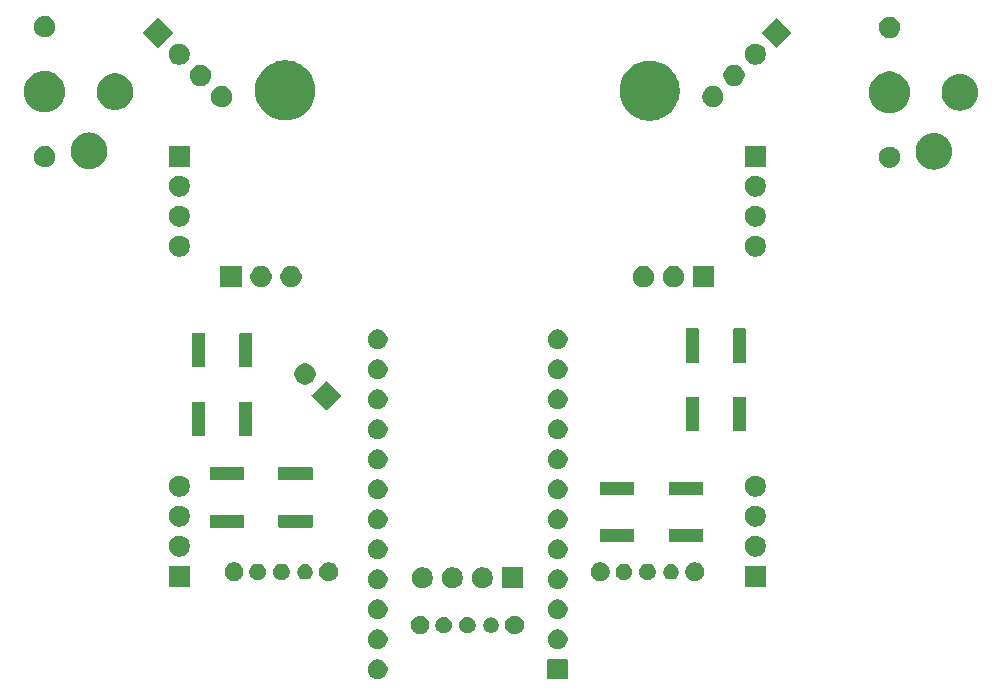
<source format=gbr>
G04 #@! TF.GenerationSoftware,KiCad,Pcbnew,9.0.2*
G04 #@! TF.CreationDate,2025-09-01T17:42:29-04:00*
G04 #@! TF.ProjectId,Trackball,54726163-6b62-4616-9c6c-2e6b69636164,rev?*
G04 #@! TF.SameCoordinates,Original*
G04 #@! TF.FileFunction,Soldermask,Top*
G04 #@! TF.FilePolarity,Negative*
%FSLAX46Y46*%
G04 Gerber Fmt 4.6, Leading zero omitted, Abs format (unit mm)*
G04 Created by KiCad (PCBNEW 9.0.2) date 2025-09-01 17:42:29*
%MOMM*%
%LPD*%
G01*
G04 APERTURE LIST*
G04 APERTURE END LIST*
G36*
X137180807Y-134093912D02*
G01*
X137197352Y-134104968D01*
X137208408Y-134121513D01*
X137212290Y-134141030D01*
X137212290Y-135741030D01*
X137208408Y-135760547D01*
X137197352Y-135777092D01*
X137180807Y-135788148D01*
X137161290Y-135792030D01*
X135561290Y-135792030D01*
X135541773Y-135788148D01*
X135525228Y-135777092D01*
X135514172Y-135760547D01*
X135510290Y-135741030D01*
X135510290Y-134141030D01*
X135514172Y-134121513D01*
X135525228Y-134104968D01*
X135541773Y-134093912D01*
X135561290Y-134090030D01*
X137161290Y-134090030D01*
X137180807Y-134093912D01*
G37*
G36*
X121368322Y-134126674D02*
G01*
X121522449Y-134190515D01*
X121661159Y-134283198D01*
X121779122Y-134401161D01*
X121871805Y-134539871D01*
X121935646Y-134693998D01*
X121968192Y-134857617D01*
X121968192Y-135024443D01*
X121935646Y-135188062D01*
X121871805Y-135342189D01*
X121779122Y-135480899D01*
X121661159Y-135598862D01*
X121522449Y-135691545D01*
X121368322Y-135755386D01*
X121204703Y-135787932D01*
X121037877Y-135787932D01*
X120874258Y-135755386D01*
X120720131Y-135691545D01*
X120581421Y-135598862D01*
X120463458Y-135480899D01*
X120370775Y-135342189D01*
X120306934Y-135188062D01*
X120274388Y-135024443D01*
X120274388Y-134857617D01*
X120306934Y-134693998D01*
X120370775Y-134539871D01*
X120463458Y-134401161D01*
X120581421Y-134283198D01*
X120720131Y-134190515D01*
X120874258Y-134126674D01*
X121037877Y-134094128D01*
X121204703Y-134094128D01*
X121368322Y-134126674D01*
G37*
G36*
X121368322Y-131586674D02*
G01*
X121522449Y-131650515D01*
X121661159Y-131743198D01*
X121779122Y-131861161D01*
X121871805Y-131999871D01*
X121935646Y-132153998D01*
X121968192Y-132317617D01*
X121968192Y-132484443D01*
X121935646Y-132648062D01*
X121871805Y-132802189D01*
X121779122Y-132940899D01*
X121661159Y-133058862D01*
X121522449Y-133151545D01*
X121368322Y-133215386D01*
X121204703Y-133247932D01*
X121037877Y-133247932D01*
X120874258Y-133215386D01*
X120720131Y-133151545D01*
X120581421Y-133058862D01*
X120463458Y-132940899D01*
X120370775Y-132802189D01*
X120306934Y-132648062D01*
X120274388Y-132484443D01*
X120274388Y-132317617D01*
X120306934Y-132153998D01*
X120370775Y-131999871D01*
X120463458Y-131861161D01*
X120581421Y-131743198D01*
X120720131Y-131650515D01*
X120874258Y-131586674D01*
X121037877Y-131554128D01*
X121204703Y-131554128D01*
X121368322Y-131586674D01*
G37*
G36*
X136608322Y-131586674D02*
G01*
X136762449Y-131650515D01*
X136901159Y-131743198D01*
X137019122Y-131861161D01*
X137111805Y-131999871D01*
X137175646Y-132153998D01*
X137208192Y-132317617D01*
X137208192Y-132484443D01*
X137175646Y-132648062D01*
X137111805Y-132802189D01*
X137019122Y-132940899D01*
X136901159Y-133058862D01*
X136762449Y-133151545D01*
X136608322Y-133215386D01*
X136444703Y-133247932D01*
X136277877Y-133247932D01*
X136114258Y-133215386D01*
X135960131Y-133151545D01*
X135821421Y-133058862D01*
X135703458Y-132940899D01*
X135610775Y-132802189D01*
X135546934Y-132648062D01*
X135514388Y-132484443D01*
X135514388Y-132317617D01*
X135546934Y-132153998D01*
X135610775Y-131999871D01*
X135703458Y-131861161D01*
X135821421Y-131743198D01*
X135960131Y-131650515D01*
X136114258Y-131586674D01*
X136277877Y-131554128D01*
X136444703Y-131554128D01*
X136608322Y-131586674D01*
G37*
G36*
X124953808Y-130414521D02*
G01*
X125098879Y-130474611D01*
X125229439Y-130561849D01*
X125340471Y-130672881D01*
X125427709Y-130803441D01*
X125487799Y-130948512D01*
X125518433Y-131102518D01*
X125518433Y-131259542D01*
X125487799Y-131413548D01*
X125427709Y-131558619D01*
X125340471Y-131689179D01*
X125229439Y-131800211D01*
X125098879Y-131887449D01*
X124953808Y-131947539D01*
X124799802Y-131978173D01*
X124642778Y-131978173D01*
X124488772Y-131947539D01*
X124343701Y-131887449D01*
X124213141Y-131800211D01*
X124102109Y-131689179D01*
X124014871Y-131558619D01*
X123954781Y-131413548D01*
X123924147Y-131259542D01*
X123924147Y-131102518D01*
X123954781Y-130948512D01*
X124014871Y-130803441D01*
X124102109Y-130672881D01*
X124213141Y-130561849D01*
X124343701Y-130474611D01*
X124488772Y-130414521D01*
X124642778Y-130383887D01*
X124799802Y-130383887D01*
X124953808Y-130414521D01*
G37*
G36*
X132953808Y-130414521D02*
G01*
X133098879Y-130474611D01*
X133229439Y-130561849D01*
X133340471Y-130672881D01*
X133427709Y-130803441D01*
X133487799Y-130948512D01*
X133518433Y-131102518D01*
X133518433Y-131259542D01*
X133487799Y-131413548D01*
X133427709Y-131558619D01*
X133340471Y-131689179D01*
X133229439Y-131800211D01*
X133098879Y-131887449D01*
X132953808Y-131947539D01*
X132799802Y-131978173D01*
X132642778Y-131978173D01*
X132488772Y-131947539D01*
X132343701Y-131887449D01*
X132213141Y-131800211D01*
X132102109Y-131689179D01*
X132014871Y-131558619D01*
X131954781Y-131413548D01*
X131924147Y-131259542D01*
X131924147Y-131102518D01*
X131954781Y-130948512D01*
X132014871Y-130803441D01*
X132102109Y-130672881D01*
X132213141Y-130561849D01*
X132343701Y-130474611D01*
X132488772Y-130414521D01*
X132642778Y-130383887D01*
X132799802Y-130383887D01*
X132953808Y-130414521D01*
G37*
G36*
X126924780Y-130510215D02*
G01*
X127051739Y-130562803D01*
X127166000Y-130639150D01*
X127263170Y-130736320D01*
X127339517Y-130850581D01*
X127392105Y-130977540D01*
X127418914Y-131112320D01*
X127418914Y-131249740D01*
X127392105Y-131384520D01*
X127339517Y-131511479D01*
X127263170Y-131625740D01*
X127166000Y-131722910D01*
X127051739Y-131799257D01*
X126924780Y-131851845D01*
X126790000Y-131878654D01*
X126652580Y-131878654D01*
X126517800Y-131851845D01*
X126390841Y-131799257D01*
X126276580Y-131722910D01*
X126179410Y-131625740D01*
X126103063Y-131511479D01*
X126050475Y-131384520D01*
X126023666Y-131249740D01*
X126023666Y-131112320D01*
X126050475Y-130977540D01*
X126103063Y-130850581D01*
X126179410Y-130736320D01*
X126276580Y-130639150D01*
X126390841Y-130562803D01*
X126517800Y-130510215D01*
X126652580Y-130483406D01*
X126790000Y-130483406D01*
X126924780Y-130510215D01*
G37*
G36*
X128924780Y-130510215D02*
G01*
X129051739Y-130562803D01*
X129166000Y-130639150D01*
X129263170Y-130736320D01*
X129339517Y-130850581D01*
X129392105Y-130977540D01*
X129418914Y-131112320D01*
X129418914Y-131249740D01*
X129392105Y-131384520D01*
X129339517Y-131511479D01*
X129263170Y-131625740D01*
X129166000Y-131722910D01*
X129051739Y-131799257D01*
X128924780Y-131851845D01*
X128790000Y-131878654D01*
X128652580Y-131878654D01*
X128517800Y-131851845D01*
X128390841Y-131799257D01*
X128276580Y-131722910D01*
X128179410Y-131625740D01*
X128103063Y-131511479D01*
X128050475Y-131384520D01*
X128023666Y-131249740D01*
X128023666Y-131112320D01*
X128050475Y-130977540D01*
X128103063Y-130850581D01*
X128179410Y-130736320D01*
X128276580Y-130639150D01*
X128390841Y-130562803D01*
X128517800Y-130510215D01*
X128652580Y-130483406D01*
X128790000Y-130483406D01*
X128924780Y-130510215D01*
G37*
G36*
X130910265Y-130558062D02*
G01*
X131028169Y-130606899D01*
X131134280Y-130677800D01*
X131224520Y-130768040D01*
X131295421Y-130874151D01*
X131344258Y-130992055D01*
X131369155Y-131117221D01*
X131369155Y-131244839D01*
X131344258Y-131370005D01*
X131295421Y-131487909D01*
X131224520Y-131594020D01*
X131134280Y-131684260D01*
X131028169Y-131755161D01*
X130910265Y-131803998D01*
X130785099Y-131828895D01*
X130657481Y-131828895D01*
X130532315Y-131803998D01*
X130414411Y-131755161D01*
X130308300Y-131684260D01*
X130218060Y-131594020D01*
X130147159Y-131487909D01*
X130098322Y-131370005D01*
X130073425Y-131244839D01*
X130073425Y-131117221D01*
X130098322Y-130992055D01*
X130147159Y-130874151D01*
X130218060Y-130768040D01*
X130308300Y-130677800D01*
X130414411Y-130606899D01*
X130532315Y-130558062D01*
X130657481Y-130533165D01*
X130785099Y-130533165D01*
X130910265Y-130558062D01*
G37*
G36*
X121368322Y-129046674D02*
G01*
X121522449Y-129110515D01*
X121661159Y-129203198D01*
X121779122Y-129321161D01*
X121871805Y-129459871D01*
X121935646Y-129613998D01*
X121968192Y-129777617D01*
X121968192Y-129944443D01*
X121935646Y-130108062D01*
X121871805Y-130262189D01*
X121779122Y-130400899D01*
X121661159Y-130518862D01*
X121522449Y-130611545D01*
X121368322Y-130675386D01*
X121204703Y-130707932D01*
X121037877Y-130707932D01*
X120874258Y-130675386D01*
X120720131Y-130611545D01*
X120581421Y-130518862D01*
X120463458Y-130400899D01*
X120370775Y-130262189D01*
X120306934Y-130108062D01*
X120274388Y-129944443D01*
X120274388Y-129777617D01*
X120306934Y-129613998D01*
X120370775Y-129459871D01*
X120463458Y-129321161D01*
X120581421Y-129203198D01*
X120720131Y-129110515D01*
X120874258Y-129046674D01*
X121037877Y-129014128D01*
X121204703Y-129014128D01*
X121368322Y-129046674D01*
G37*
G36*
X136608322Y-129046674D02*
G01*
X136762449Y-129110515D01*
X136901159Y-129203198D01*
X137019122Y-129321161D01*
X137111805Y-129459871D01*
X137175646Y-129613998D01*
X137208192Y-129777617D01*
X137208192Y-129944443D01*
X137175646Y-130108062D01*
X137111805Y-130262189D01*
X137019122Y-130400899D01*
X136901159Y-130518862D01*
X136762449Y-130611545D01*
X136608322Y-130675386D01*
X136444703Y-130707932D01*
X136277877Y-130707932D01*
X136114258Y-130675386D01*
X135960131Y-130611545D01*
X135821421Y-130518862D01*
X135703458Y-130400899D01*
X135610775Y-130262189D01*
X135546934Y-130108062D01*
X135514388Y-129944443D01*
X135514388Y-129777617D01*
X135546934Y-129613998D01*
X135610775Y-129459871D01*
X135703458Y-129321161D01*
X135821421Y-129203198D01*
X135960131Y-129110515D01*
X136114258Y-129046674D01*
X136277877Y-129014128D01*
X136444703Y-129014128D01*
X136608322Y-129046674D01*
G37*
G36*
X121368322Y-126506674D02*
G01*
X121522449Y-126570515D01*
X121661159Y-126663198D01*
X121779122Y-126781161D01*
X121871805Y-126919871D01*
X121935646Y-127073998D01*
X121968192Y-127237617D01*
X121968192Y-127404443D01*
X121935646Y-127568062D01*
X121871805Y-127722189D01*
X121779122Y-127860899D01*
X121661159Y-127978862D01*
X121522449Y-128071545D01*
X121368322Y-128135386D01*
X121204703Y-128167932D01*
X121037877Y-128167932D01*
X120874258Y-128135386D01*
X120720131Y-128071545D01*
X120581421Y-127978862D01*
X120463458Y-127860899D01*
X120370775Y-127722189D01*
X120306934Y-127568062D01*
X120274388Y-127404443D01*
X120274388Y-127237617D01*
X120306934Y-127073998D01*
X120370775Y-126919871D01*
X120463458Y-126781161D01*
X120581421Y-126663198D01*
X120720131Y-126570515D01*
X120874258Y-126506674D01*
X121037877Y-126474128D01*
X121204703Y-126474128D01*
X121368322Y-126506674D01*
G37*
G36*
X136608322Y-126506674D02*
G01*
X136762449Y-126570515D01*
X136901159Y-126663198D01*
X137019122Y-126781161D01*
X137111805Y-126919871D01*
X137175646Y-127073998D01*
X137208192Y-127237617D01*
X137208192Y-127404443D01*
X137175646Y-127568062D01*
X137111805Y-127722189D01*
X137019122Y-127860899D01*
X136901159Y-127978862D01*
X136762449Y-128071545D01*
X136608322Y-128135386D01*
X136444703Y-128167932D01*
X136277877Y-128167932D01*
X136114258Y-128135386D01*
X135960131Y-128071545D01*
X135821421Y-127978862D01*
X135703458Y-127860899D01*
X135610775Y-127722189D01*
X135546934Y-127568062D01*
X135514388Y-127404443D01*
X135514388Y-127237617D01*
X135546934Y-127073998D01*
X135610775Y-126919871D01*
X135703458Y-126781161D01*
X135821421Y-126663198D01*
X135960131Y-126570515D01*
X136114258Y-126506674D01*
X136277877Y-126474128D01*
X136444703Y-126474128D01*
X136608322Y-126506674D01*
G37*
G36*
X133400807Y-126284912D02*
G01*
X133417352Y-126295968D01*
X133428408Y-126312513D01*
X133432290Y-126332030D01*
X133432290Y-128032030D01*
X133428408Y-128051547D01*
X133417352Y-128068092D01*
X133400807Y-128079148D01*
X133381290Y-128083030D01*
X131681290Y-128083030D01*
X131661773Y-128079148D01*
X131645228Y-128068092D01*
X131634172Y-128051547D01*
X131630290Y-128032030D01*
X131630290Y-126332030D01*
X131634172Y-126312513D01*
X131645228Y-126295968D01*
X131661773Y-126284912D01*
X131681290Y-126281030D01*
X133381290Y-126281030D01*
X133400807Y-126284912D01*
G37*
G36*
X125172836Y-126319827D02*
G01*
X125336018Y-126387419D01*
X125482878Y-126485548D01*
X125607772Y-126610442D01*
X125705901Y-126757302D01*
X125773493Y-126920484D01*
X125807951Y-127093717D01*
X125807951Y-127270343D01*
X125773493Y-127443576D01*
X125705901Y-127606758D01*
X125607772Y-127753618D01*
X125482878Y-127878512D01*
X125336018Y-127976641D01*
X125172836Y-128044233D01*
X124999603Y-128078691D01*
X124822977Y-128078691D01*
X124649744Y-128044233D01*
X124486562Y-127976641D01*
X124339702Y-127878512D01*
X124214808Y-127753618D01*
X124116679Y-127606758D01*
X124049087Y-127443576D01*
X124014629Y-127270343D01*
X124014629Y-127093717D01*
X124049087Y-126920484D01*
X124116679Y-126757302D01*
X124214808Y-126610442D01*
X124339702Y-126485548D01*
X124486562Y-126387419D01*
X124649744Y-126319827D01*
X124822977Y-126285369D01*
X124999603Y-126285369D01*
X125172836Y-126319827D01*
G37*
G36*
X127712836Y-126319827D02*
G01*
X127876018Y-126387419D01*
X128022878Y-126485548D01*
X128147772Y-126610442D01*
X128245901Y-126757302D01*
X128313493Y-126920484D01*
X128347951Y-127093717D01*
X128347951Y-127270343D01*
X128313493Y-127443576D01*
X128245901Y-127606758D01*
X128147772Y-127753618D01*
X128022878Y-127878512D01*
X127876018Y-127976641D01*
X127712836Y-128044233D01*
X127539603Y-128078691D01*
X127362977Y-128078691D01*
X127189744Y-128044233D01*
X127026562Y-127976641D01*
X126879702Y-127878512D01*
X126754808Y-127753618D01*
X126656679Y-127606758D01*
X126589087Y-127443576D01*
X126554629Y-127270343D01*
X126554629Y-127093717D01*
X126589087Y-126920484D01*
X126656679Y-126757302D01*
X126754808Y-126610442D01*
X126879702Y-126485548D01*
X127026562Y-126387419D01*
X127189744Y-126319827D01*
X127362977Y-126285369D01*
X127539603Y-126285369D01*
X127712836Y-126319827D01*
G37*
G36*
X130252836Y-126319827D02*
G01*
X130416018Y-126387419D01*
X130562878Y-126485548D01*
X130687772Y-126610442D01*
X130785901Y-126757302D01*
X130853493Y-126920484D01*
X130887951Y-127093717D01*
X130887951Y-127270343D01*
X130853493Y-127443576D01*
X130785901Y-127606758D01*
X130687772Y-127753618D01*
X130562878Y-127878512D01*
X130416018Y-127976641D01*
X130252836Y-128044233D01*
X130079603Y-128078691D01*
X129902977Y-128078691D01*
X129729744Y-128044233D01*
X129566562Y-127976641D01*
X129419702Y-127878512D01*
X129294808Y-127753618D01*
X129196679Y-127606758D01*
X129129087Y-127443576D01*
X129094629Y-127270343D01*
X129094629Y-127093717D01*
X129129087Y-126920484D01*
X129196679Y-126757302D01*
X129294808Y-126610442D01*
X129419702Y-126485548D01*
X129566562Y-126387419D01*
X129729744Y-126319827D01*
X129902977Y-126285369D01*
X130079603Y-126285369D01*
X130252836Y-126319827D01*
G37*
G36*
X105206807Y-126151912D02*
G01*
X105223352Y-126162968D01*
X105234408Y-126179513D01*
X105238290Y-126199030D01*
X105238290Y-127899030D01*
X105234408Y-127918547D01*
X105223352Y-127935092D01*
X105206807Y-127946148D01*
X105187290Y-127950030D01*
X103487290Y-127950030D01*
X103467773Y-127946148D01*
X103451228Y-127935092D01*
X103440172Y-127918547D01*
X103436290Y-127899030D01*
X103436290Y-126199030D01*
X103440172Y-126179513D01*
X103451228Y-126162968D01*
X103467773Y-126151912D01*
X103487290Y-126148030D01*
X105187290Y-126148030D01*
X105206807Y-126151912D01*
G37*
G36*
X153974807Y-126151912D02*
G01*
X153991352Y-126162968D01*
X154002408Y-126179513D01*
X154006290Y-126199030D01*
X154006290Y-127899030D01*
X154002408Y-127918547D01*
X153991352Y-127935092D01*
X153974807Y-127946148D01*
X153955290Y-127950030D01*
X152255290Y-127950030D01*
X152235773Y-127946148D01*
X152219228Y-127935092D01*
X152208172Y-127918547D01*
X152204290Y-127899030D01*
X152204290Y-126199030D01*
X152208172Y-126179513D01*
X152219228Y-126162968D01*
X152235773Y-126151912D01*
X152255290Y-126148030D01*
X153955290Y-126148030D01*
X153974807Y-126151912D01*
G37*
G36*
X109203808Y-125914521D02*
G01*
X109348879Y-125974611D01*
X109479439Y-126061849D01*
X109590471Y-126172881D01*
X109677709Y-126303441D01*
X109737799Y-126448512D01*
X109768433Y-126602518D01*
X109768433Y-126759542D01*
X109737799Y-126913548D01*
X109677709Y-127058619D01*
X109590471Y-127189179D01*
X109479439Y-127300211D01*
X109348879Y-127387449D01*
X109203808Y-127447539D01*
X109049802Y-127478173D01*
X108892778Y-127478173D01*
X108738772Y-127447539D01*
X108593701Y-127387449D01*
X108463141Y-127300211D01*
X108352109Y-127189179D01*
X108264871Y-127058619D01*
X108204781Y-126913548D01*
X108174147Y-126759542D01*
X108174147Y-126602518D01*
X108204781Y-126448512D01*
X108264871Y-126303441D01*
X108352109Y-126172881D01*
X108463141Y-126061849D01*
X108593701Y-125974611D01*
X108738772Y-125914521D01*
X108892778Y-125883887D01*
X109049802Y-125883887D01*
X109203808Y-125914521D01*
G37*
G36*
X117203808Y-125914521D02*
G01*
X117348879Y-125974611D01*
X117479439Y-126061849D01*
X117590471Y-126172881D01*
X117677709Y-126303441D01*
X117737799Y-126448512D01*
X117768433Y-126602518D01*
X117768433Y-126759542D01*
X117737799Y-126913548D01*
X117677709Y-127058619D01*
X117590471Y-127189179D01*
X117479439Y-127300211D01*
X117348879Y-127387449D01*
X117203808Y-127447539D01*
X117049802Y-127478173D01*
X116892778Y-127478173D01*
X116738772Y-127447539D01*
X116593701Y-127387449D01*
X116463141Y-127300211D01*
X116352109Y-127189179D01*
X116264871Y-127058619D01*
X116204781Y-126913548D01*
X116174147Y-126759542D01*
X116174147Y-126602518D01*
X116204781Y-126448512D01*
X116264871Y-126303441D01*
X116352109Y-126172881D01*
X116463141Y-126061849D01*
X116593701Y-125974611D01*
X116738772Y-125914521D01*
X116892778Y-125883887D01*
X117049802Y-125883887D01*
X117203808Y-125914521D01*
G37*
G36*
X140203808Y-125914521D02*
G01*
X140348879Y-125974611D01*
X140479439Y-126061849D01*
X140590471Y-126172881D01*
X140677709Y-126303441D01*
X140737799Y-126448512D01*
X140768433Y-126602518D01*
X140768433Y-126759542D01*
X140737799Y-126913548D01*
X140677709Y-127058619D01*
X140590471Y-127189179D01*
X140479439Y-127300211D01*
X140348879Y-127387449D01*
X140203808Y-127447539D01*
X140049802Y-127478173D01*
X139892778Y-127478173D01*
X139738772Y-127447539D01*
X139593701Y-127387449D01*
X139463141Y-127300211D01*
X139352109Y-127189179D01*
X139264871Y-127058619D01*
X139204781Y-126913548D01*
X139174147Y-126759542D01*
X139174147Y-126602518D01*
X139204781Y-126448512D01*
X139264871Y-126303441D01*
X139352109Y-126172881D01*
X139463141Y-126061849D01*
X139593701Y-125974611D01*
X139738772Y-125914521D01*
X139892778Y-125883887D01*
X140049802Y-125883887D01*
X140203808Y-125914521D01*
G37*
G36*
X148203808Y-125914521D02*
G01*
X148348879Y-125974611D01*
X148479439Y-126061849D01*
X148590471Y-126172881D01*
X148677709Y-126303441D01*
X148737799Y-126448512D01*
X148768433Y-126602518D01*
X148768433Y-126759542D01*
X148737799Y-126913548D01*
X148677709Y-127058619D01*
X148590471Y-127189179D01*
X148479439Y-127300211D01*
X148348879Y-127387449D01*
X148203808Y-127447539D01*
X148049802Y-127478173D01*
X147892778Y-127478173D01*
X147738772Y-127447539D01*
X147593701Y-127387449D01*
X147463141Y-127300211D01*
X147352109Y-127189179D01*
X147264871Y-127058619D01*
X147204781Y-126913548D01*
X147174147Y-126759542D01*
X147174147Y-126602518D01*
X147204781Y-126448512D01*
X147264871Y-126303441D01*
X147352109Y-126172881D01*
X147463141Y-126061849D01*
X147593701Y-125974611D01*
X147738772Y-125914521D01*
X147892778Y-125883887D01*
X148049802Y-125883887D01*
X148203808Y-125914521D01*
G37*
G36*
X111174780Y-126010215D02*
G01*
X111301739Y-126062803D01*
X111416000Y-126139150D01*
X111513170Y-126236320D01*
X111589517Y-126350581D01*
X111642105Y-126477540D01*
X111668914Y-126612320D01*
X111668914Y-126749740D01*
X111642105Y-126884520D01*
X111589517Y-127011479D01*
X111513170Y-127125740D01*
X111416000Y-127222910D01*
X111301739Y-127299257D01*
X111174780Y-127351845D01*
X111040000Y-127378654D01*
X110902580Y-127378654D01*
X110767800Y-127351845D01*
X110640841Y-127299257D01*
X110526580Y-127222910D01*
X110429410Y-127125740D01*
X110353063Y-127011479D01*
X110300475Y-126884520D01*
X110273666Y-126749740D01*
X110273666Y-126612320D01*
X110300475Y-126477540D01*
X110353063Y-126350581D01*
X110429410Y-126236320D01*
X110526580Y-126139150D01*
X110640841Y-126062803D01*
X110767800Y-126010215D01*
X110902580Y-125983406D01*
X111040000Y-125983406D01*
X111174780Y-126010215D01*
G37*
G36*
X113174780Y-126010215D02*
G01*
X113301739Y-126062803D01*
X113416000Y-126139150D01*
X113513170Y-126236320D01*
X113589517Y-126350581D01*
X113642105Y-126477540D01*
X113668914Y-126612320D01*
X113668914Y-126749740D01*
X113642105Y-126884520D01*
X113589517Y-127011479D01*
X113513170Y-127125740D01*
X113416000Y-127222910D01*
X113301739Y-127299257D01*
X113174780Y-127351845D01*
X113040000Y-127378654D01*
X112902580Y-127378654D01*
X112767800Y-127351845D01*
X112640841Y-127299257D01*
X112526580Y-127222910D01*
X112429410Y-127125740D01*
X112353063Y-127011479D01*
X112300475Y-126884520D01*
X112273666Y-126749740D01*
X112273666Y-126612320D01*
X112300475Y-126477540D01*
X112353063Y-126350581D01*
X112429410Y-126236320D01*
X112526580Y-126139150D01*
X112640841Y-126062803D01*
X112767800Y-126010215D01*
X112902580Y-125983406D01*
X113040000Y-125983406D01*
X113174780Y-126010215D01*
G37*
G36*
X142174780Y-126010215D02*
G01*
X142301739Y-126062803D01*
X142416000Y-126139150D01*
X142513170Y-126236320D01*
X142589517Y-126350581D01*
X142642105Y-126477540D01*
X142668914Y-126612320D01*
X142668914Y-126749740D01*
X142642105Y-126884520D01*
X142589517Y-127011479D01*
X142513170Y-127125740D01*
X142416000Y-127222910D01*
X142301739Y-127299257D01*
X142174780Y-127351845D01*
X142040000Y-127378654D01*
X141902580Y-127378654D01*
X141767800Y-127351845D01*
X141640841Y-127299257D01*
X141526580Y-127222910D01*
X141429410Y-127125740D01*
X141353063Y-127011479D01*
X141300475Y-126884520D01*
X141273666Y-126749740D01*
X141273666Y-126612320D01*
X141300475Y-126477540D01*
X141353063Y-126350581D01*
X141429410Y-126236320D01*
X141526580Y-126139150D01*
X141640841Y-126062803D01*
X141767800Y-126010215D01*
X141902580Y-125983406D01*
X142040000Y-125983406D01*
X142174780Y-126010215D01*
G37*
G36*
X144174780Y-126010215D02*
G01*
X144301739Y-126062803D01*
X144416000Y-126139150D01*
X144513170Y-126236320D01*
X144589517Y-126350581D01*
X144642105Y-126477540D01*
X144668914Y-126612320D01*
X144668914Y-126749740D01*
X144642105Y-126884520D01*
X144589517Y-127011479D01*
X144513170Y-127125740D01*
X144416000Y-127222910D01*
X144301739Y-127299257D01*
X144174780Y-127351845D01*
X144040000Y-127378654D01*
X143902580Y-127378654D01*
X143767800Y-127351845D01*
X143640841Y-127299257D01*
X143526580Y-127222910D01*
X143429410Y-127125740D01*
X143353063Y-127011479D01*
X143300475Y-126884520D01*
X143273666Y-126749740D01*
X143273666Y-126612320D01*
X143300475Y-126477540D01*
X143353063Y-126350581D01*
X143429410Y-126236320D01*
X143526580Y-126139150D01*
X143640841Y-126062803D01*
X143767800Y-126010215D01*
X143902580Y-125983406D01*
X144040000Y-125983406D01*
X144174780Y-126010215D01*
G37*
G36*
X115160265Y-126058062D02*
G01*
X115278169Y-126106899D01*
X115384280Y-126177800D01*
X115474520Y-126268040D01*
X115545421Y-126374151D01*
X115594258Y-126492055D01*
X115619155Y-126617221D01*
X115619155Y-126744839D01*
X115594258Y-126870005D01*
X115545421Y-126987909D01*
X115474520Y-127094020D01*
X115384280Y-127184260D01*
X115278169Y-127255161D01*
X115160265Y-127303998D01*
X115035099Y-127328895D01*
X114907481Y-127328895D01*
X114782315Y-127303998D01*
X114664411Y-127255161D01*
X114558300Y-127184260D01*
X114468060Y-127094020D01*
X114397159Y-126987909D01*
X114348322Y-126870005D01*
X114323425Y-126744839D01*
X114323425Y-126617221D01*
X114348322Y-126492055D01*
X114397159Y-126374151D01*
X114468060Y-126268040D01*
X114558300Y-126177800D01*
X114664411Y-126106899D01*
X114782315Y-126058062D01*
X114907481Y-126033165D01*
X115035099Y-126033165D01*
X115160265Y-126058062D01*
G37*
G36*
X146160265Y-126058062D02*
G01*
X146278169Y-126106899D01*
X146384280Y-126177800D01*
X146474520Y-126268040D01*
X146545421Y-126374151D01*
X146594258Y-126492055D01*
X146619155Y-126617221D01*
X146619155Y-126744839D01*
X146594258Y-126870005D01*
X146545421Y-126987909D01*
X146474520Y-127094020D01*
X146384280Y-127184260D01*
X146278169Y-127255161D01*
X146160265Y-127303998D01*
X146035099Y-127328895D01*
X145907481Y-127328895D01*
X145782315Y-127303998D01*
X145664411Y-127255161D01*
X145558300Y-127184260D01*
X145468060Y-127094020D01*
X145397159Y-126987909D01*
X145348322Y-126870005D01*
X145323425Y-126744839D01*
X145323425Y-126617221D01*
X145348322Y-126492055D01*
X145397159Y-126374151D01*
X145468060Y-126268040D01*
X145558300Y-126177800D01*
X145664411Y-126106899D01*
X145782315Y-126058062D01*
X145907481Y-126033165D01*
X146035099Y-126033165D01*
X146160265Y-126058062D01*
G37*
G36*
X121368322Y-123966674D02*
G01*
X121522449Y-124030515D01*
X121661159Y-124123198D01*
X121779122Y-124241161D01*
X121871805Y-124379871D01*
X121935646Y-124533998D01*
X121968192Y-124697617D01*
X121968192Y-124864443D01*
X121935646Y-125028062D01*
X121871805Y-125182189D01*
X121779122Y-125320899D01*
X121661159Y-125438862D01*
X121522449Y-125531545D01*
X121368322Y-125595386D01*
X121204703Y-125627932D01*
X121037877Y-125627932D01*
X120874258Y-125595386D01*
X120720131Y-125531545D01*
X120581421Y-125438862D01*
X120463458Y-125320899D01*
X120370775Y-125182189D01*
X120306934Y-125028062D01*
X120274388Y-124864443D01*
X120274388Y-124697617D01*
X120306934Y-124533998D01*
X120370775Y-124379871D01*
X120463458Y-124241161D01*
X120581421Y-124123198D01*
X120720131Y-124030515D01*
X120874258Y-123966674D01*
X121037877Y-123934128D01*
X121204703Y-123934128D01*
X121368322Y-123966674D01*
G37*
G36*
X136608322Y-123966674D02*
G01*
X136762449Y-124030515D01*
X136901159Y-124123198D01*
X137019122Y-124241161D01*
X137111805Y-124379871D01*
X137175646Y-124533998D01*
X137208192Y-124697617D01*
X137208192Y-124864443D01*
X137175646Y-125028062D01*
X137111805Y-125182189D01*
X137019122Y-125320899D01*
X136901159Y-125438862D01*
X136762449Y-125531545D01*
X136608322Y-125595386D01*
X136444703Y-125627932D01*
X136277877Y-125627932D01*
X136114258Y-125595386D01*
X135960131Y-125531545D01*
X135821421Y-125438862D01*
X135703458Y-125320899D01*
X135610775Y-125182189D01*
X135546934Y-125028062D01*
X135514388Y-124864443D01*
X135514388Y-124697617D01*
X135546934Y-124533998D01*
X135610775Y-124379871D01*
X135703458Y-124241161D01*
X135821421Y-124123198D01*
X135960131Y-124030515D01*
X136114258Y-123966674D01*
X136277877Y-123934128D01*
X136444703Y-123934128D01*
X136608322Y-123966674D01*
G37*
G36*
X104598836Y-123646827D02*
G01*
X104762018Y-123714419D01*
X104908878Y-123812548D01*
X105033772Y-123937442D01*
X105131901Y-124084302D01*
X105199493Y-124247484D01*
X105233951Y-124420717D01*
X105233951Y-124597343D01*
X105199493Y-124770576D01*
X105131901Y-124933758D01*
X105033772Y-125080618D01*
X104908878Y-125205512D01*
X104762018Y-125303641D01*
X104598836Y-125371233D01*
X104425603Y-125405691D01*
X104248977Y-125405691D01*
X104075744Y-125371233D01*
X103912562Y-125303641D01*
X103765702Y-125205512D01*
X103640808Y-125080618D01*
X103542679Y-124933758D01*
X103475087Y-124770576D01*
X103440629Y-124597343D01*
X103440629Y-124420717D01*
X103475087Y-124247484D01*
X103542679Y-124084302D01*
X103640808Y-123937442D01*
X103765702Y-123812548D01*
X103912562Y-123714419D01*
X104075744Y-123646827D01*
X104248977Y-123612369D01*
X104425603Y-123612369D01*
X104598836Y-123646827D01*
G37*
G36*
X153366836Y-123646827D02*
G01*
X153530018Y-123714419D01*
X153676878Y-123812548D01*
X153801772Y-123937442D01*
X153899901Y-124084302D01*
X153967493Y-124247484D01*
X154001951Y-124420717D01*
X154001951Y-124597343D01*
X153967493Y-124770576D01*
X153899901Y-124933758D01*
X153801772Y-125080618D01*
X153676878Y-125205512D01*
X153530018Y-125303641D01*
X153366836Y-125371233D01*
X153193603Y-125405691D01*
X153016977Y-125405691D01*
X152843744Y-125371233D01*
X152680562Y-125303641D01*
X152533702Y-125205512D01*
X152408808Y-125080618D01*
X152310679Y-124933758D01*
X152243087Y-124770576D01*
X152208629Y-124597343D01*
X152208629Y-124420717D01*
X152243087Y-124247484D01*
X152310679Y-124084302D01*
X152408808Y-123937442D01*
X152533702Y-123812548D01*
X152680562Y-123714419D01*
X152843744Y-123646827D01*
X153016977Y-123612369D01*
X153193603Y-123612369D01*
X153366836Y-123646827D01*
G37*
G36*
X142840807Y-123083912D02*
G01*
X142857352Y-123094968D01*
X142868408Y-123111513D01*
X142872290Y-123131030D01*
X142872290Y-124131030D01*
X142868408Y-124150547D01*
X142857352Y-124167092D01*
X142840807Y-124178148D01*
X142821290Y-124182030D01*
X140021290Y-124182030D01*
X140001773Y-124178148D01*
X139985228Y-124167092D01*
X139974172Y-124150547D01*
X139970290Y-124131030D01*
X139970290Y-123131030D01*
X139974172Y-123111513D01*
X139985228Y-123094968D01*
X140001773Y-123083912D01*
X140021290Y-123080030D01*
X142821290Y-123080030D01*
X142840807Y-123083912D01*
G37*
G36*
X148640807Y-123083912D02*
G01*
X148657352Y-123094968D01*
X148668408Y-123111513D01*
X148672290Y-123131030D01*
X148672290Y-124131030D01*
X148668408Y-124150547D01*
X148657352Y-124167092D01*
X148640807Y-124178148D01*
X148621290Y-124182030D01*
X145821290Y-124182030D01*
X145801773Y-124178148D01*
X145785228Y-124167092D01*
X145774172Y-124150547D01*
X145770290Y-124131030D01*
X145770290Y-123131030D01*
X145774172Y-123111513D01*
X145785228Y-123094968D01*
X145801773Y-123083912D01*
X145821290Y-123080030D01*
X148621290Y-123080030D01*
X148640807Y-123083912D01*
G37*
G36*
X121368322Y-121426674D02*
G01*
X121522449Y-121490515D01*
X121661159Y-121583198D01*
X121779122Y-121701161D01*
X121871805Y-121839871D01*
X121935646Y-121993998D01*
X121968192Y-122157617D01*
X121968192Y-122324443D01*
X121935646Y-122488062D01*
X121871805Y-122642189D01*
X121779122Y-122780899D01*
X121661159Y-122898862D01*
X121522449Y-122991545D01*
X121368322Y-123055386D01*
X121204703Y-123087932D01*
X121037877Y-123087932D01*
X120874258Y-123055386D01*
X120720131Y-122991545D01*
X120581421Y-122898862D01*
X120463458Y-122780899D01*
X120370775Y-122642189D01*
X120306934Y-122488062D01*
X120274388Y-122324443D01*
X120274388Y-122157617D01*
X120306934Y-121993998D01*
X120370775Y-121839871D01*
X120463458Y-121701161D01*
X120581421Y-121583198D01*
X120720131Y-121490515D01*
X120874258Y-121426674D01*
X121037877Y-121394128D01*
X121204703Y-121394128D01*
X121368322Y-121426674D01*
G37*
G36*
X136608322Y-121426674D02*
G01*
X136762449Y-121490515D01*
X136901159Y-121583198D01*
X137019122Y-121701161D01*
X137111805Y-121839871D01*
X137175646Y-121993998D01*
X137208192Y-122157617D01*
X137208192Y-122324443D01*
X137175646Y-122488062D01*
X137111805Y-122642189D01*
X137019122Y-122780899D01*
X136901159Y-122898862D01*
X136762449Y-122991545D01*
X136608322Y-123055386D01*
X136444703Y-123087932D01*
X136277877Y-123087932D01*
X136114258Y-123055386D01*
X135960131Y-122991545D01*
X135821421Y-122898862D01*
X135703458Y-122780899D01*
X135610775Y-122642189D01*
X135546934Y-122488062D01*
X135514388Y-122324443D01*
X135514388Y-122157617D01*
X135546934Y-121993998D01*
X135610775Y-121839871D01*
X135703458Y-121701161D01*
X135821421Y-121583198D01*
X135960131Y-121490515D01*
X136114258Y-121426674D01*
X136277877Y-121394128D01*
X136444703Y-121394128D01*
X136608322Y-121426674D01*
G37*
G36*
X109790807Y-121833912D02*
G01*
X109807352Y-121844968D01*
X109818408Y-121861513D01*
X109822290Y-121881030D01*
X109822290Y-122881030D01*
X109818408Y-122900547D01*
X109807352Y-122917092D01*
X109790807Y-122928148D01*
X109771290Y-122932030D01*
X106971290Y-122932030D01*
X106951773Y-122928148D01*
X106935228Y-122917092D01*
X106924172Y-122900547D01*
X106920290Y-122881030D01*
X106920290Y-121881030D01*
X106924172Y-121861513D01*
X106935228Y-121844968D01*
X106951773Y-121833912D01*
X106971290Y-121830030D01*
X109771290Y-121830030D01*
X109790807Y-121833912D01*
G37*
G36*
X115590807Y-121833912D02*
G01*
X115607352Y-121844968D01*
X115618408Y-121861513D01*
X115622290Y-121881030D01*
X115622290Y-122881030D01*
X115618408Y-122900547D01*
X115607352Y-122917092D01*
X115590807Y-122928148D01*
X115571290Y-122932030D01*
X112771290Y-122932030D01*
X112751773Y-122928148D01*
X112735228Y-122917092D01*
X112724172Y-122900547D01*
X112720290Y-122881030D01*
X112720290Y-121881030D01*
X112724172Y-121861513D01*
X112735228Y-121844968D01*
X112751773Y-121833912D01*
X112771290Y-121830030D01*
X115571290Y-121830030D01*
X115590807Y-121833912D01*
G37*
G36*
X104598836Y-121106827D02*
G01*
X104762018Y-121174419D01*
X104908878Y-121272548D01*
X105033772Y-121397442D01*
X105131901Y-121544302D01*
X105199493Y-121707484D01*
X105233951Y-121880717D01*
X105233951Y-122057343D01*
X105199493Y-122230576D01*
X105131901Y-122393758D01*
X105033772Y-122540618D01*
X104908878Y-122665512D01*
X104762018Y-122763641D01*
X104598836Y-122831233D01*
X104425603Y-122865691D01*
X104248977Y-122865691D01*
X104075744Y-122831233D01*
X103912562Y-122763641D01*
X103765702Y-122665512D01*
X103640808Y-122540618D01*
X103542679Y-122393758D01*
X103475087Y-122230576D01*
X103440629Y-122057343D01*
X103440629Y-121880717D01*
X103475087Y-121707484D01*
X103542679Y-121544302D01*
X103640808Y-121397442D01*
X103765702Y-121272548D01*
X103912562Y-121174419D01*
X104075744Y-121106827D01*
X104248977Y-121072369D01*
X104425603Y-121072369D01*
X104598836Y-121106827D01*
G37*
G36*
X153366836Y-121106827D02*
G01*
X153530018Y-121174419D01*
X153676878Y-121272548D01*
X153801772Y-121397442D01*
X153899901Y-121544302D01*
X153967493Y-121707484D01*
X154001951Y-121880717D01*
X154001951Y-122057343D01*
X153967493Y-122230576D01*
X153899901Y-122393758D01*
X153801772Y-122540618D01*
X153676878Y-122665512D01*
X153530018Y-122763641D01*
X153366836Y-122831233D01*
X153193603Y-122865691D01*
X153016977Y-122865691D01*
X152843744Y-122831233D01*
X152680562Y-122763641D01*
X152533702Y-122665512D01*
X152408808Y-122540618D01*
X152310679Y-122393758D01*
X152243087Y-122230576D01*
X152208629Y-122057343D01*
X152208629Y-121880717D01*
X152243087Y-121707484D01*
X152310679Y-121544302D01*
X152408808Y-121397442D01*
X152533702Y-121272548D01*
X152680562Y-121174419D01*
X152843744Y-121106827D01*
X153016977Y-121072369D01*
X153193603Y-121072369D01*
X153366836Y-121106827D01*
G37*
G36*
X121368322Y-118886674D02*
G01*
X121522449Y-118950515D01*
X121661159Y-119043198D01*
X121779122Y-119161161D01*
X121871805Y-119299871D01*
X121935646Y-119453998D01*
X121968192Y-119617617D01*
X121968192Y-119784443D01*
X121935646Y-119948062D01*
X121871805Y-120102189D01*
X121779122Y-120240899D01*
X121661159Y-120358862D01*
X121522449Y-120451545D01*
X121368322Y-120515386D01*
X121204703Y-120547932D01*
X121037877Y-120547932D01*
X120874258Y-120515386D01*
X120720131Y-120451545D01*
X120581421Y-120358862D01*
X120463458Y-120240899D01*
X120370775Y-120102189D01*
X120306934Y-119948062D01*
X120274388Y-119784443D01*
X120274388Y-119617617D01*
X120306934Y-119453998D01*
X120370775Y-119299871D01*
X120463458Y-119161161D01*
X120581421Y-119043198D01*
X120720131Y-118950515D01*
X120874258Y-118886674D01*
X121037877Y-118854128D01*
X121204703Y-118854128D01*
X121368322Y-118886674D01*
G37*
G36*
X136608322Y-118886674D02*
G01*
X136762449Y-118950515D01*
X136901159Y-119043198D01*
X137019122Y-119161161D01*
X137111805Y-119299871D01*
X137175646Y-119453998D01*
X137208192Y-119617617D01*
X137208192Y-119784443D01*
X137175646Y-119948062D01*
X137111805Y-120102189D01*
X137019122Y-120240899D01*
X136901159Y-120358862D01*
X136762449Y-120451545D01*
X136608322Y-120515386D01*
X136444703Y-120547932D01*
X136277877Y-120547932D01*
X136114258Y-120515386D01*
X135960131Y-120451545D01*
X135821421Y-120358862D01*
X135703458Y-120240899D01*
X135610775Y-120102189D01*
X135546934Y-119948062D01*
X135514388Y-119784443D01*
X135514388Y-119617617D01*
X135546934Y-119453998D01*
X135610775Y-119299871D01*
X135703458Y-119161161D01*
X135821421Y-119043198D01*
X135960131Y-118950515D01*
X136114258Y-118886674D01*
X136277877Y-118854128D01*
X136444703Y-118854128D01*
X136608322Y-118886674D01*
G37*
G36*
X104598836Y-118566827D02*
G01*
X104762018Y-118634419D01*
X104908878Y-118732548D01*
X105033772Y-118857442D01*
X105131901Y-119004302D01*
X105199493Y-119167484D01*
X105233951Y-119340717D01*
X105233951Y-119517343D01*
X105199493Y-119690576D01*
X105131901Y-119853758D01*
X105033772Y-120000618D01*
X104908878Y-120125512D01*
X104762018Y-120223641D01*
X104598836Y-120291233D01*
X104425603Y-120325691D01*
X104248977Y-120325691D01*
X104075744Y-120291233D01*
X103912562Y-120223641D01*
X103765702Y-120125512D01*
X103640808Y-120000618D01*
X103542679Y-119853758D01*
X103475087Y-119690576D01*
X103440629Y-119517343D01*
X103440629Y-119340717D01*
X103475087Y-119167484D01*
X103542679Y-119004302D01*
X103640808Y-118857442D01*
X103765702Y-118732548D01*
X103912562Y-118634419D01*
X104075744Y-118566827D01*
X104248977Y-118532369D01*
X104425603Y-118532369D01*
X104598836Y-118566827D01*
G37*
G36*
X153366836Y-118566827D02*
G01*
X153530018Y-118634419D01*
X153676878Y-118732548D01*
X153801772Y-118857442D01*
X153899901Y-119004302D01*
X153967493Y-119167484D01*
X154001951Y-119340717D01*
X154001951Y-119517343D01*
X153967493Y-119690576D01*
X153899901Y-119853758D01*
X153801772Y-120000618D01*
X153676878Y-120125512D01*
X153530018Y-120223641D01*
X153366836Y-120291233D01*
X153193603Y-120325691D01*
X153016977Y-120325691D01*
X152843744Y-120291233D01*
X152680562Y-120223641D01*
X152533702Y-120125512D01*
X152408808Y-120000618D01*
X152310679Y-119853758D01*
X152243087Y-119690576D01*
X152208629Y-119517343D01*
X152208629Y-119340717D01*
X152243087Y-119167484D01*
X152310679Y-119004302D01*
X152408808Y-118857442D01*
X152533702Y-118732548D01*
X152680562Y-118634419D01*
X152843744Y-118566827D01*
X153016977Y-118532369D01*
X153193603Y-118532369D01*
X153366836Y-118566827D01*
G37*
G36*
X142840807Y-119083912D02*
G01*
X142857352Y-119094968D01*
X142868408Y-119111513D01*
X142872290Y-119131030D01*
X142872290Y-120131030D01*
X142868408Y-120150547D01*
X142857352Y-120167092D01*
X142840807Y-120178148D01*
X142821290Y-120182030D01*
X140021290Y-120182030D01*
X140001773Y-120178148D01*
X139985228Y-120167092D01*
X139974172Y-120150547D01*
X139970290Y-120131030D01*
X139970290Y-119131030D01*
X139974172Y-119111513D01*
X139985228Y-119094968D01*
X140001773Y-119083912D01*
X140021290Y-119080030D01*
X142821290Y-119080030D01*
X142840807Y-119083912D01*
G37*
G36*
X148640807Y-119083912D02*
G01*
X148657352Y-119094968D01*
X148668408Y-119111513D01*
X148672290Y-119131030D01*
X148672290Y-120131030D01*
X148668408Y-120150547D01*
X148657352Y-120167092D01*
X148640807Y-120178148D01*
X148621290Y-120182030D01*
X145821290Y-120182030D01*
X145801773Y-120178148D01*
X145785228Y-120167092D01*
X145774172Y-120150547D01*
X145770290Y-120131030D01*
X145770290Y-119131030D01*
X145774172Y-119111513D01*
X145785228Y-119094968D01*
X145801773Y-119083912D01*
X145821290Y-119080030D01*
X148621290Y-119080030D01*
X148640807Y-119083912D01*
G37*
G36*
X109790807Y-117833912D02*
G01*
X109807352Y-117844968D01*
X109818408Y-117861513D01*
X109822290Y-117881030D01*
X109822290Y-118881030D01*
X109818408Y-118900547D01*
X109807352Y-118917092D01*
X109790807Y-118928148D01*
X109771290Y-118932030D01*
X106971290Y-118932030D01*
X106951773Y-118928148D01*
X106935228Y-118917092D01*
X106924172Y-118900547D01*
X106920290Y-118881030D01*
X106920290Y-117881030D01*
X106924172Y-117861513D01*
X106935228Y-117844968D01*
X106951773Y-117833912D01*
X106971290Y-117830030D01*
X109771290Y-117830030D01*
X109790807Y-117833912D01*
G37*
G36*
X115590807Y-117833912D02*
G01*
X115607352Y-117844968D01*
X115618408Y-117861513D01*
X115622290Y-117881030D01*
X115622290Y-118881030D01*
X115618408Y-118900547D01*
X115607352Y-118917092D01*
X115590807Y-118928148D01*
X115571290Y-118932030D01*
X112771290Y-118932030D01*
X112751773Y-118928148D01*
X112735228Y-118917092D01*
X112724172Y-118900547D01*
X112720290Y-118881030D01*
X112720290Y-117881030D01*
X112724172Y-117861513D01*
X112735228Y-117844968D01*
X112751773Y-117833912D01*
X112771290Y-117830030D01*
X115571290Y-117830030D01*
X115590807Y-117833912D01*
G37*
G36*
X121368322Y-116346674D02*
G01*
X121522449Y-116410515D01*
X121661159Y-116503198D01*
X121779122Y-116621161D01*
X121871805Y-116759871D01*
X121935646Y-116913998D01*
X121968192Y-117077617D01*
X121968192Y-117244443D01*
X121935646Y-117408062D01*
X121871805Y-117562189D01*
X121779122Y-117700899D01*
X121661159Y-117818862D01*
X121522449Y-117911545D01*
X121368322Y-117975386D01*
X121204703Y-118007932D01*
X121037877Y-118007932D01*
X120874258Y-117975386D01*
X120720131Y-117911545D01*
X120581421Y-117818862D01*
X120463458Y-117700899D01*
X120370775Y-117562189D01*
X120306934Y-117408062D01*
X120274388Y-117244443D01*
X120274388Y-117077617D01*
X120306934Y-116913998D01*
X120370775Y-116759871D01*
X120463458Y-116621161D01*
X120581421Y-116503198D01*
X120720131Y-116410515D01*
X120874258Y-116346674D01*
X121037877Y-116314128D01*
X121204703Y-116314128D01*
X121368322Y-116346674D01*
G37*
G36*
X136608322Y-116346674D02*
G01*
X136762449Y-116410515D01*
X136901159Y-116503198D01*
X137019122Y-116621161D01*
X137111805Y-116759871D01*
X137175646Y-116913998D01*
X137208192Y-117077617D01*
X137208192Y-117244443D01*
X137175646Y-117408062D01*
X137111805Y-117562189D01*
X137019122Y-117700899D01*
X136901159Y-117818862D01*
X136762449Y-117911545D01*
X136608322Y-117975386D01*
X136444703Y-118007932D01*
X136277877Y-118007932D01*
X136114258Y-117975386D01*
X135960131Y-117911545D01*
X135821421Y-117818862D01*
X135703458Y-117700899D01*
X135610775Y-117562189D01*
X135546934Y-117408062D01*
X135514388Y-117244443D01*
X135514388Y-117077617D01*
X135546934Y-116913998D01*
X135610775Y-116759871D01*
X135703458Y-116621161D01*
X135821421Y-116503198D01*
X135960131Y-116410515D01*
X136114258Y-116346674D01*
X136277877Y-116314128D01*
X136444703Y-116314128D01*
X136608322Y-116346674D01*
G37*
G36*
X121368322Y-113806674D02*
G01*
X121522449Y-113870515D01*
X121661159Y-113963198D01*
X121779122Y-114081161D01*
X121871805Y-114219871D01*
X121935646Y-114373998D01*
X121968192Y-114537617D01*
X121968192Y-114704443D01*
X121935646Y-114868062D01*
X121871805Y-115022189D01*
X121779122Y-115160899D01*
X121661159Y-115278862D01*
X121522449Y-115371545D01*
X121368322Y-115435386D01*
X121204703Y-115467932D01*
X121037877Y-115467932D01*
X120874258Y-115435386D01*
X120720131Y-115371545D01*
X120581421Y-115278862D01*
X120463458Y-115160899D01*
X120370775Y-115022189D01*
X120306934Y-114868062D01*
X120274388Y-114704443D01*
X120274388Y-114537617D01*
X120306934Y-114373998D01*
X120370775Y-114219871D01*
X120463458Y-114081161D01*
X120581421Y-113963198D01*
X120720131Y-113870515D01*
X120874258Y-113806674D01*
X121037877Y-113774128D01*
X121204703Y-113774128D01*
X121368322Y-113806674D01*
G37*
G36*
X136608322Y-113806674D02*
G01*
X136762449Y-113870515D01*
X136901159Y-113963198D01*
X137019122Y-114081161D01*
X137111805Y-114219871D01*
X137175646Y-114373998D01*
X137208192Y-114537617D01*
X137208192Y-114704443D01*
X137175646Y-114868062D01*
X137111805Y-115022189D01*
X137019122Y-115160899D01*
X136901159Y-115278862D01*
X136762449Y-115371545D01*
X136608322Y-115435386D01*
X136444703Y-115467932D01*
X136277877Y-115467932D01*
X136114258Y-115435386D01*
X135960131Y-115371545D01*
X135821421Y-115278862D01*
X135703458Y-115160899D01*
X135610775Y-115022189D01*
X135546934Y-114868062D01*
X135514388Y-114704443D01*
X135514388Y-114537617D01*
X135546934Y-114373998D01*
X135610775Y-114219871D01*
X135703458Y-114081161D01*
X135821421Y-113963198D01*
X135960131Y-113870515D01*
X136114258Y-113806674D01*
X136277877Y-113774128D01*
X136444703Y-113774128D01*
X136608322Y-113806674D01*
G37*
G36*
X106490807Y-112283912D02*
G01*
X106507352Y-112294968D01*
X106518408Y-112311513D01*
X106522290Y-112331030D01*
X106522290Y-115131030D01*
X106518408Y-115150547D01*
X106507352Y-115167092D01*
X106490807Y-115178148D01*
X106471290Y-115182030D01*
X105471290Y-115182030D01*
X105451773Y-115178148D01*
X105435228Y-115167092D01*
X105424172Y-115150547D01*
X105420290Y-115131030D01*
X105420290Y-112331030D01*
X105424172Y-112311513D01*
X105435228Y-112294968D01*
X105451773Y-112283912D01*
X105471290Y-112280030D01*
X106471290Y-112280030D01*
X106490807Y-112283912D01*
G37*
G36*
X110490807Y-112283912D02*
G01*
X110507352Y-112294968D01*
X110518408Y-112311513D01*
X110522290Y-112331030D01*
X110522290Y-115131030D01*
X110518408Y-115150547D01*
X110507352Y-115167092D01*
X110490807Y-115178148D01*
X110471290Y-115182030D01*
X109471290Y-115182030D01*
X109451773Y-115178148D01*
X109435228Y-115167092D01*
X109424172Y-115150547D01*
X109420290Y-115131030D01*
X109420290Y-112331030D01*
X109424172Y-112311513D01*
X109435228Y-112294968D01*
X109451773Y-112283912D01*
X109471290Y-112280030D01*
X110471290Y-112280030D01*
X110490807Y-112283912D01*
G37*
G36*
X148290807Y-111883912D02*
G01*
X148307352Y-111894968D01*
X148318408Y-111911513D01*
X148322290Y-111931030D01*
X148322290Y-114731030D01*
X148318408Y-114750547D01*
X148307352Y-114767092D01*
X148290807Y-114778148D01*
X148271290Y-114782030D01*
X147271290Y-114782030D01*
X147251773Y-114778148D01*
X147235228Y-114767092D01*
X147224172Y-114750547D01*
X147220290Y-114731030D01*
X147220290Y-111931030D01*
X147224172Y-111911513D01*
X147235228Y-111894968D01*
X147251773Y-111883912D01*
X147271290Y-111880030D01*
X148271290Y-111880030D01*
X148290807Y-111883912D01*
G37*
G36*
X152290807Y-111883912D02*
G01*
X152307352Y-111894968D01*
X152318408Y-111911513D01*
X152322290Y-111931030D01*
X152322290Y-114731030D01*
X152318408Y-114750547D01*
X152307352Y-114767092D01*
X152290807Y-114778148D01*
X152271290Y-114782030D01*
X151271290Y-114782030D01*
X151251773Y-114778148D01*
X151235228Y-114767092D01*
X151224172Y-114750547D01*
X151220290Y-114731030D01*
X151220290Y-111931030D01*
X151224172Y-111911513D01*
X151235228Y-111894968D01*
X151251773Y-111883912D01*
X151271290Y-111880030D01*
X152271290Y-111880030D01*
X152290807Y-111883912D01*
G37*
G36*
X116790807Y-110481830D02*
G01*
X116807352Y-110492886D01*
X118009434Y-111694968D01*
X118020490Y-111711513D01*
X118024371Y-111731030D01*
X118020490Y-111750547D01*
X118009434Y-111767092D01*
X116807352Y-112969174D01*
X116790807Y-112980230D01*
X116771290Y-112984111D01*
X116751773Y-112980230D01*
X116735228Y-112969174D01*
X115533146Y-111767092D01*
X115522090Y-111750547D01*
X115518209Y-111731030D01*
X115522090Y-111711513D01*
X115533146Y-111694968D01*
X116397075Y-110831039D01*
X116726523Y-110501590D01*
X116726526Y-110501587D01*
X116735228Y-110492886D01*
X116751773Y-110481830D01*
X116771290Y-110477949D01*
X116790807Y-110481830D01*
G37*
G36*
X121368322Y-111266674D02*
G01*
X121522449Y-111330515D01*
X121661159Y-111423198D01*
X121779122Y-111541161D01*
X121871805Y-111679871D01*
X121935646Y-111833998D01*
X121968192Y-111997617D01*
X121968192Y-112164443D01*
X121935646Y-112328062D01*
X121871805Y-112482189D01*
X121779122Y-112620899D01*
X121661159Y-112738862D01*
X121522449Y-112831545D01*
X121368322Y-112895386D01*
X121204703Y-112927932D01*
X121037877Y-112927932D01*
X120874258Y-112895386D01*
X120720131Y-112831545D01*
X120581421Y-112738862D01*
X120463458Y-112620899D01*
X120370775Y-112482189D01*
X120306934Y-112328062D01*
X120274388Y-112164443D01*
X120274388Y-111997617D01*
X120306934Y-111833998D01*
X120370775Y-111679871D01*
X120463458Y-111541161D01*
X120581421Y-111423198D01*
X120720131Y-111330515D01*
X120874258Y-111266674D01*
X121037877Y-111234128D01*
X121204703Y-111234128D01*
X121368322Y-111266674D01*
G37*
G36*
X136608322Y-111266674D02*
G01*
X136762449Y-111330515D01*
X136901159Y-111423198D01*
X137019122Y-111541161D01*
X137111805Y-111679871D01*
X137175646Y-111833998D01*
X137208192Y-111997617D01*
X137208192Y-112164443D01*
X137175646Y-112328062D01*
X137111805Y-112482189D01*
X137019122Y-112620899D01*
X136901159Y-112738862D01*
X136762449Y-112831545D01*
X136608322Y-112895386D01*
X136444703Y-112927932D01*
X136277877Y-112927932D01*
X136114258Y-112895386D01*
X135960131Y-112831545D01*
X135821421Y-112738862D01*
X135703458Y-112620899D01*
X135610775Y-112482189D01*
X135546934Y-112328062D01*
X135514388Y-112164443D01*
X135514388Y-111997617D01*
X135546934Y-111833998D01*
X135610775Y-111679871D01*
X135703458Y-111541161D01*
X135821421Y-111423198D01*
X135960131Y-111330515D01*
X136114258Y-111266674D01*
X136277877Y-111234128D01*
X136444703Y-111234128D01*
X136608322Y-111266674D01*
G37*
G36*
X115236785Y-109072776D02*
G01*
X115399967Y-109140368D01*
X115546827Y-109238497D01*
X115671721Y-109363391D01*
X115769850Y-109510251D01*
X115837442Y-109673433D01*
X115871900Y-109846666D01*
X115871900Y-110023292D01*
X115837442Y-110196525D01*
X115769850Y-110359707D01*
X115671721Y-110506567D01*
X115546827Y-110631461D01*
X115399967Y-110729590D01*
X115236785Y-110797182D01*
X115063552Y-110831640D01*
X114886926Y-110831640D01*
X114713693Y-110797182D01*
X114550511Y-110729590D01*
X114403651Y-110631461D01*
X114278757Y-110506567D01*
X114180628Y-110359707D01*
X114113036Y-110196525D01*
X114078578Y-110023292D01*
X114078578Y-109846666D01*
X114113036Y-109673433D01*
X114180628Y-109510251D01*
X114278757Y-109363391D01*
X114403651Y-109238497D01*
X114550511Y-109140368D01*
X114713693Y-109072776D01*
X114886926Y-109038318D01*
X115063552Y-109038318D01*
X115236785Y-109072776D01*
G37*
G36*
X121368322Y-108726674D02*
G01*
X121522449Y-108790515D01*
X121661159Y-108883198D01*
X121779122Y-109001161D01*
X121871805Y-109139871D01*
X121935646Y-109293998D01*
X121968192Y-109457617D01*
X121968192Y-109624443D01*
X121935646Y-109788062D01*
X121871805Y-109942189D01*
X121779122Y-110080899D01*
X121661159Y-110198862D01*
X121522449Y-110291545D01*
X121368322Y-110355386D01*
X121204703Y-110387932D01*
X121037877Y-110387932D01*
X120874258Y-110355386D01*
X120720131Y-110291545D01*
X120581421Y-110198862D01*
X120463458Y-110080899D01*
X120370775Y-109942189D01*
X120306934Y-109788062D01*
X120274388Y-109624443D01*
X120274388Y-109457617D01*
X120306934Y-109293998D01*
X120370775Y-109139871D01*
X120463458Y-109001161D01*
X120581421Y-108883198D01*
X120720131Y-108790515D01*
X120874258Y-108726674D01*
X121037877Y-108694128D01*
X121204703Y-108694128D01*
X121368322Y-108726674D01*
G37*
G36*
X136608322Y-108726674D02*
G01*
X136762449Y-108790515D01*
X136901159Y-108883198D01*
X137019122Y-109001161D01*
X137111805Y-109139871D01*
X137175646Y-109293998D01*
X137208192Y-109457617D01*
X137208192Y-109624443D01*
X137175646Y-109788062D01*
X137111805Y-109942189D01*
X137019122Y-110080899D01*
X136901159Y-110198862D01*
X136762449Y-110291545D01*
X136608322Y-110355386D01*
X136444703Y-110387932D01*
X136277877Y-110387932D01*
X136114258Y-110355386D01*
X135960131Y-110291545D01*
X135821421Y-110198862D01*
X135703458Y-110080899D01*
X135610775Y-109942189D01*
X135546934Y-109788062D01*
X135514388Y-109624443D01*
X135514388Y-109457617D01*
X135546934Y-109293998D01*
X135610775Y-109139871D01*
X135703458Y-109001161D01*
X135821421Y-108883198D01*
X135960131Y-108790515D01*
X136114258Y-108726674D01*
X136277877Y-108694128D01*
X136444703Y-108694128D01*
X136608322Y-108726674D01*
G37*
G36*
X106490807Y-106483912D02*
G01*
X106507352Y-106494968D01*
X106518408Y-106511513D01*
X106522290Y-106531030D01*
X106522290Y-109331030D01*
X106518408Y-109350547D01*
X106507352Y-109367092D01*
X106490807Y-109378148D01*
X106471290Y-109382030D01*
X105471290Y-109382030D01*
X105451773Y-109378148D01*
X105435228Y-109367092D01*
X105424172Y-109350547D01*
X105420290Y-109331030D01*
X105420290Y-106531030D01*
X105424172Y-106511513D01*
X105435228Y-106494968D01*
X105451773Y-106483912D01*
X105471290Y-106480030D01*
X106471290Y-106480030D01*
X106490807Y-106483912D01*
G37*
G36*
X110490807Y-106483912D02*
G01*
X110507352Y-106494968D01*
X110518408Y-106511513D01*
X110522290Y-106531030D01*
X110522290Y-109331030D01*
X110518408Y-109350547D01*
X110507352Y-109367092D01*
X110490807Y-109378148D01*
X110471290Y-109382030D01*
X109471290Y-109382030D01*
X109451773Y-109378148D01*
X109435228Y-109367092D01*
X109424172Y-109350547D01*
X109420290Y-109331030D01*
X109420290Y-106531030D01*
X109424172Y-106511513D01*
X109435228Y-106494968D01*
X109451773Y-106483912D01*
X109471290Y-106480030D01*
X110471290Y-106480030D01*
X110490807Y-106483912D01*
G37*
G36*
X148290807Y-106083912D02*
G01*
X148307352Y-106094968D01*
X148318408Y-106111513D01*
X148322290Y-106131030D01*
X148322290Y-108931030D01*
X148318408Y-108950547D01*
X148307352Y-108967092D01*
X148290807Y-108978148D01*
X148271290Y-108982030D01*
X147271290Y-108982030D01*
X147251773Y-108978148D01*
X147235228Y-108967092D01*
X147224172Y-108950547D01*
X147220290Y-108931030D01*
X147220290Y-106131030D01*
X147224172Y-106111513D01*
X147235228Y-106094968D01*
X147251773Y-106083912D01*
X147271290Y-106080030D01*
X148271290Y-106080030D01*
X148290807Y-106083912D01*
G37*
G36*
X152290807Y-106083912D02*
G01*
X152307352Y-106094968D01*
X152318408Y-106111513D01*
X152322290Y-106131030D01*
X152322290Y-108931030D01*
X152318408Y-108950547D01*
X152307352Y-108967092D01*
X152290807Y-108978148D01*
X152271290Y-108982030D01*
X151271290Y-108982030D01*
X151251773Y-108978148D01*
X151235228Y-108967092D01*
X151224172Y-108950547D01*
X151220290Y-108931030D01*
X151220290Y-106131030D01*
X151224172Y-106111513D01*
X151235228Y-106094968D01*
X151251773Y-106083912D01*
X151271290Y-106080030D01*
X152271290Y-106080030D01*
X152290807Y-106083912D01*
G37*
G36*
X121368322Y-106186674D02*
G01*
X121522449Y-106250515D01*
X121661159Y-106343198D01*
X121779122Y-106461161D01*
X121871805Y-106599871D01*
X121935646Y-106753998D01*
X121968192Y-106917617D01*
X121968192Y-107084443D01*
X121935646Y-107248062D01*
X121871805Y-107402189D01*
X121779122Y-107540899D01*
X121661159Y-107658862D01*
X121522449Y-107751545D01*
X121368322Y-107815386D01*
X121204703Y-107847932D01*
X121037877Y-107847932D01*
X120874258Y-107815386D01*
X120720131Y-107751545D01*
X120581421Y-107658862D01*
X120463458Y-107540899D01*
X120370775Y-107402189D01*
X120306934Y-107248062D01*
X120274388Y-107084443D01*
X120274388Y-106917617D01*
X120306934Y-106753998D01*
X120370775Y-106599871D01*
X120463458Y-106461161D01*
X120581421Y-106343198D01*
X120720131Y-106250515D01*
X120874258Y-106186674D01*
X121037877Y-106154128D01*
X121204703Y-106154128D01*
X121368322Y-106186674D01*
G37*
G36*
X136608322Y-106186674D02*
G01*
X136762449Y-106250515D01*
X136901159Y-106343198D01*
X137019122Y-106461161D01*
X137111805Y-106599871D01*
X137175646Y-106753998D01*
X137208192Y-106917617D01*
X137208192Y-107084443D01*
X137175646Y-107248062D01*
X137111805Y-107402189D01*
X137019122Y-107540899D01*
X136901159Y-107658862D01*
X136762449Y-107751545D01*
X136608322Y-107815386D01*
X136444703Y-107847932D01*
X136277877Y-107847932D01*
X136114258Y-107815386D01*
X135960131Y-107751545D01*
X135821421Y-107658862D01*
X135703458Y-107540899D01*
X135610775Y-107402189D01*
X135546934Y-107248062D01*
X135514388Y-107084443D01*
X135514388Y-106917617D01*
X135546934Y-106753998D01*
X135610775Y-106599871D01*
X135703458Y-106461161D01*
X135821421Y-106343198D01*
X135960131Y-106250515D01*
X136114258Y-106186674D01*
X136277877Y-106154128D01*
X136444703Y-106154128D01*
X136608322Y-106186674D01*
G37*
G36*
X109590807Y-100783912D02*
G01*
X109607352Y-100794968D01*
X109618408Y-100811513D01*
X109622290Y-100831030D01*
X109622290Y-102531030D01*
X109618408Y-102550547D01*
X109607352Y-102567092D01*
X109590807Y-102578148D01*
X109571290Y-102582030D01*
X107871290Y-102582030D01*
X107851773Y-102578148D01*
X107835228Y-102567092D01*
X107824172Y-102550547D01*
X107820290Y-102531030D01*
X107820290Y-100831030D01*
X107824172Y-100811513D01*
X107835228Y-100794968D01*
X107851773Y-100783912D01*
X107871290Y-100780030D01*
X109571290Y-100780030D01*
X109590807Y-100783912D01*
G37*
G36*
X149590807Y-100783912D02*
G01*
X149607352Y-100794968D01*
X149618408Y-100811513D01*
X149622290Y-100831030D01*
X149622290Y-102531030D01*
X149618408Y-102550547D01*
X149607352Y-102567092D01*
X149590807Y-102578148D01*
X149571290Y-102582030D01*
X147871290Y-102582030D01*
X147851773Y-102578148D01*
X147835228Y-102567092D01*
X147824172Y-102550547D01*
X147820290Y-102531030D01*
X147820290Y-100831030D01*
X147824172Y-100811513D01*
X147835228Y-100794968D01*
X147851773Y-100783912D01*
X147871290Y-100780030D01*
X149571290Y-100780030D01*
X149590807Y-100783912D01*
G37*
G36*
X111522836Y-100818827D02*
G01*
X111686018Y-100886419D01*
X111832878Y-100984548D01*
X111957772Y-101109442D01*
X112055901Y-101256302D01*
X112123493Y-101419484D01*
X112157951Y-101592717D01*
X112157951Y-101769343D01*
X112123493Y-101942576D01*
X112055901Y-102105758D01*
X111957772Y-102252618D01*
X111832878Y-102377512D01*
X111686018Y-102475641D01*
X111522836Y-102543233D01*
X111349603Y-102577691D01*
X111172977Y-102577691D01*
X110999744Y-102543233D01*
X110836562Y-102475641D01*
X110689702Y-102377512D01*
X110564808Y-102252618D01*
X110466679Y-102105758D01*
X110399087Y-101942576D01*
X110364629Y-101769343D01*
X110364629Y-101592717D01*
X110399087Y-101419484D01*
X110466679Y-101256302D01*
X110564808Y-101109442D01*
X110689702Y-100984548D01*
X110836562Y-100886419D01*
X110999744Y-100818827D01*
X111172977Y-100784369D01*
X111349603Y-100784369D01*
X111522836Y-100818827D01*
G37*
G36*
X114062836Y-100818827D02*
G01*
X114226018Y-100886419D01*
X114372878Y-100984548D01*
X114497772Y-101109442D01*
X114595901Y-101256302D01*
X114663493Y-101419484D01*
X114697951Y-101592717D01*
X114697951Y-101769343D01*
X114663493Y-101942576D01*
X114595901Y-102105758D01*
X114497772Y-102252618D01*
X114372878Y-102377512D01*
X114226018Y-102475641D01*
X114062836Y-102543233D01*
X113889603Y-102577691D01*
X113712977Y-102577691D01*
X113539744Y-102543233D01*
X113376562Y-102475641D01*
X113229702Y-102377512D01*
X113104808Y-102252618D01*
X113006679Y-102105758D01*
X112939087Y-101942576D01*
X112904629Y-101769343D01*
X112904629Y-101592717D01*
X112939087Y-101419484D01*
X113006679Y-101256302D01*
X113104808Y-101109442D01*
X113229702Y-100984548D01*
X113376562Y-100886419D01*
X113539744Y-100818827D01*
X113712977Y-100784369D01*
X113889603Y-100784369D01*
X114062836Y-100818827D01*
G37*
G36*
X143902836Y-100818827D02*
G01*
X144066018Y-100886419D01*
X144212878Y-100984548D01*
X144337772Y-101109442D01*
X144435901Y-101256302D01*
X144503493Y-101419484D01*
X144537951Y-101592717D01*
X144537951Y-101769343D01*
X144503493Y-101942576D01*
X144435901Y-102105758D01*
X144337772Y-102252618D01*
X144212878Y-102377512D01*
X144066018Y-102475641D01*
X143902836Y-102543233D01*
X143729603Y-102577691D01*
X143552977Y-102577691D01*
X143379744Y-102543233D01*
X143216562Y-102475641D01*
X143069702Y-102377512D01*
X142944808Y-102252618D01*
X142846679Y-102105758D01*
X142779087Y-101942576D01*
X142744629Y-101769343D01*
X142744629Y-101592717D01*
X142779087Y-101419484D01*
X142846679Y-101256302D01*
X142944808Y-101109442D01*
X143069702Y-100984548D01*
X143216562Y-100886419D01*
X143379744Y-100818827D01*
X143552977Y-100784369D01*
X143729603Y-100784369D01*
X143902836Y-100818827D01*
G37*
G36*
X146442836Y-100818827D02*
G01*
X146606018Y-100886419D01*
X146752878Y-100984548D01*
X146877772Y-101109442D01*
X146975901Y-101256302D01*
X147043493Y-101419484D01*
X147077951Y-101592717D01*
X147077951Y-101769343D01*
X147043493Y-101942576D01*
X146975901Y-102105758D01*
X146877772Y-102252618D01*
X146752878Y-102377512D01*
X146606018Y-102475641D01*
X146442836Y-102543233D01*
X146269603Y-102577691D01*
X146092977Y-102577691D01*
X145919744Y-102543233D01*
X145756562Y-102475641D01*
X145609702Y-102377512D01*
X145484808Y-102252618D01*
X145386679Y-102105758D01*
X145319087Y-101942576D01*
X145284629Y-101769343D01*
X145284629Y-101592717D01*
X145319087Y-101419484D01*
X145386679Y-101256302D01*
X145484808Y-101109442D01*
X145609702Y-100984548D01*
X145756562Y-100886419D01*
X145919744Y-100818827D01*
X146092977Y-100784369D01*
X146269603Y-100784369D01*
X146442836Y-100818827D01*
G37*
G36*
X104598836Y-98246827D02*
G01*
X104762018Y-98314419D01*
X104908878Y-98412548D01*
X105033772Y-98537442D01*
X105131901Y-98684302D01*
X105199493Y-98847484D01*
X105233951Y-99020717D01*
X105233951Y-99197343D01*
X105199493Y-99370576D01*
X105131901Y-99533758D01*
X105033772Y-99680618D01*
X104908878Y-99805512D01*
X104762018Y-99903641D01*
X104598836Y-99971233D01*
X104425603Y-100005691D01*
X104248977Y-100005691D01*
X104075744Y-99971233D01*
X103912562Y-99903641D01*
X103765702Y-99805512D01*
X103640808Y-99680618D01*
X103542679Y-99533758D01*
X103475087Y-99370576D01*
X103440629Y-99197343D01*
X103440629Y-99020717D01*
X103475087Y-98847484D01*
X103542679Y-98684302D01*
X103640808Y-98537442D01*
X103765702Y-98412548D01*
X103912562Y-98314419D01*
X104075744Y-98246827D01*
X104248977Y-98212369D01*
X104425603Y-98212369D01*
X104598836Y-98246827D01*
G37*
G36*
X153366836Y-98246827D02*
G01*
X153530018Y-98314419D01*
X153676878Y-98412548D01*
X153801772Y-98537442D01*
X153899901Y-98684302D01*
X153967493Y-98847484D01*
X154001951Y-99020717D01*
X154001951Y-99197343D01*
X153967493Y-99370576D01*
X153899901Y-99533758D01*
X153801772Y-99680618D01*
X153676878Y-99805512D01*
X153530018Y-99903641D01*
X153366836Y-99971233D01*
X153193603Y-100005691D01*
X153016977Y-100005691D01*
X152843744Y-99971233D01*
X152680562Y-99903641D01*
X152533702Y-99805512D01*
X152408808Y-99680618D01*
X152310679Y-99533758D01*
X152243087Y-99370576D01*
X152208629Y-99197343D01*
X152208629Y-99020717D01*
X152243087Y-98847484D01*
X152310679Y-98684302D01*
X152408808Y-98537442D01*
X152533702Y-98412548D01*
X152680562Y-98314419D01*
X152843744Y-98246827D01*
X153016977Y-98212369D01*
X153193603Y-98212369D01*
X153366836Y-98246827D01*
G37*
G36*
X104598836Y-95706827D02*
G01*
X104762018Y-95774419D01*
X104908878Y-95872548D01*
X105033772Y-95997442D01*
X105131901Y-96144302D01*
X105199493Y-96307484D01*
X105233951Y-96480717D01*
X105233951Y-96657343D01*
X105199493Y-96830576D01*
X105131901Y-96993758D01*
X105033772Y-97140618D01*
X104908878Y-97265512D01*
X104762018Y-97363641D01*
X104598836Y-97431233D01*
X104425603Y-97465691D01*
X104248977Y-97465691D01*
X104075744Y-97431233D01*
X103912562Y-97363641D01*
X103765702Y-97265512D01*
X103640808Y-97140618D01*
X103542679Y-96993758D01*
X103475087Y-96830576D01*
X103440629Y-96657343D01*
X103440629Y-96480717D01*
X103475087Y-96307484D01*
X103542679Y-96144302D01*
X103640808Y-95997442D01*
X103765702Y-95872548D01*
X103912562Y-95774419D01*
X104075744Y-95706827D01*
X104248977Y-95672369D01*
X104425603Y-95672369D01*
X104598836Y-95706827D01*
G37*
G36*
X153366836Y-95706827D02*
G01*
X153530018Y-95774419D01*
X153676878Y-95872548D01*
X153801772Y-95997442D01*
X153899901Y-96144302D01*
X153967493Y-96307484D01*
X154001951Y-96480717D01*
X154001951Y-96657343D01*
X153967493Y-96830576D01*
X153899901Y-96993758D01*
X153801772Y-97140618D01*
X153676878Y-97265512D01*
X153530018Y-97363641D01*
X153366836Y-97431233D01*
X153193603Y-97465691D01*
X153016977Y-97465691D01*
X152843744Y-97431233D01*
X152680562Y-97363641D01*
X152533702Y-97265512D01*
X152408808Y-97140618D01*
X152310679Y-96993758D01*
X152243087Y-96830576D01*
X152208629Y-96657343D01*
X152208629Y-96480717D01*
X152243087Y-96307484D01*
X152310679Y-96144302D01*
X152408808Y-95997442D01*
X152533702Y-95872548D01*
X152680562Y-95774419D01*
X152843744Y-95706827D01*
X153016977Y-95672369D01*
X153193603Y-95672369D01*
X153366836Y-95706827D01*
G37*
G36*
X104598836Y-93166827D02*
G01*
X104762018Y-93234419D01*
X104908878Y-93332548D01*
X105033772Y-93457442D01*
X105131901Y-93604302D01*
X105199493Y-93767484D01*
X105233951Y-93940717D01*
X105233951Y-94117343D01*
X105199493Y-94290576D01*
X105131901Y-94453758D01*
X105033772Y-94600618D01*
X104908878Y-94725512D01*
X104762018Y-94823641D01*
X104598836Y-94891233D01*
X104425603Y-94925691D01*
X104248977Y-94925691D01*
X104075744Y-94891233D01*
X103912562Y-94823641D01*
X103765702Y-94725512D01*
X103640808Y-94600618D01*
X103542679Y-94453758D01*
X103475087Y-94290576D01*
X103440629Y-94117343D01*
X103440629Y-93940717D01*
X103475087Y-93767484D01*
X103542679Y-93604302D01*
X103640808Y-93457442D01*
X103765702Y-93332548D01*
X103912562Y-93234419D01*
X104075744Y-93166827D01*
X104248977Y-93132369D01*
X104425603Y-93132369D01*
X104598836Y-93166827D01*
G37*
G36*
X153366836Y-93166827D02*
G01*
X153530018Y-93234419D01*
X153676878Y-93332548D01*
X153801772Y-93457442D01*
X153899901Y-93604302D01*
X153967493Y-93767484D01*
X154001951Y-93940717D01*
X154001951Y-94117343D01*
X153967493Y-94290576D01*
X153899901Y-94453758D01*
X153801772Y-94600618D01*
X153676878Y-94725512D01*
X153530018Y-94823641D01*
X153366836Y-94891233D01*
X153193603Y-94925691D01*
X153016977Y-94925691D01*
X152843744Y-94891233D01*
X152680562Y-94823641D01*
X152533702Y-94725512D01*
X152408808Y-94600618D01*
X152310679Y-94453758D01*
X152243087Y-94290576D01*
X152208629Y-94117343D01*
X152208629Y-93940717D01*
X152243087Y-93767484D01*
X152310679Y-93604302D01*
X152408808Y-93457442D01*
X152533702Y-93332548D01*
X152680562Y-93234419D01*
X152843744Y-93166827D01*
X153016977Y-93132369D01*
X153193603Y-93132369D01*
X153366836Y-93166827D01*
G37*
G36*
X168331772Y-89534811D02*
G01*
X168342980Y-89534811D01*
X168398178Y-89543553D01*
X168523824Y-89560095D01*
X168554479Y-89568309D01*
X168583364Y-89572884D01*
X168638910Y-89590932D01*
X168719757Y-89612595D01*
X168771340Y-89633961D01*
X168814832Y-89648093D01*
X168855576Y-89668853D01*
X168907160Y-89690220D01*
X168979643Y-89732068D01*
X169031685Y-89758585D01*
X169055345Y-89775775D01*
X169082829Y-89791643D01*
X169183364Y-89868786D01*
X169228584Y-89901640D01*
X169236509Y-89909565D01*
X169243756Y-89915126D01*
X169387193Y-90058563D01*
X169392753Y-90065809D01*
X169400680Y-90073736D01*
X169433537Y-90118960D01*
X169510676Y-90219490D01*
X169526542Y-90246971D01*
X169543735Y-90270635D01*
X169570254Y-90322682D01*
X169612099Y-90395159D01*
X169633463Y-90446736D01*
X169654227Y-90487488D01*
X169668360Y-90530985D01*
X169689724Y-90582562D01*
X169711383Y-90663396D01*
X169729436Y-90718956D01*
X169734011Y-90747846D01*
X169742224Y-90778495D01*
X169758764Y-90904129D01*
X169767509Y-90959340D01*
X169767509Y-90970548D01*
X169768702Y-90979610D01*
X169768702Y-91182449D01*
X169767509Y-91191510D01*
X169767509Y-91202720D01*
X169758763Y-91257935D01*
X169742224Y-91383564D01*
X169734012Y-91414210D01*
X169729436Y-91443104D01*
X169711381Y-91498668D01*
X169689724Y-91579497D01*
X169668361Y-91631069D01*
X169654227Y-91674572D01*
X169633461Y-91715327D01*
X169612099Y-91766900D01*
X169570258Y-91839368D01*
X169543735Y-91891425D01*
X169526539Y-91915092D01*
X169510676Y-91942569D01*
X169433551Y-92043080D01*
X169400680Y-92088324D01*
X169392749Y-92096254D01*
X169387193Y-92103496D01*
X169243756Y-92246933D01*
X169236514Y-92252489D01*
X169228584Y-92260420D01*
X169183340Y-92293291D01*
X169082829Y-92370416D01*
X169055352Y-92386279D01*
X169031685Y-92403475D01*
X168979628Y-92429998D01*
X168907160Y-92471839D01*
X168855587Y-92493201D01*
X168814832Y-92513967D01*
X168771329Y-92528101D01*
X168719757Y-92549464D01*
X168638928Y-92571121D01*
X168583364Y-92589176D01*
X168554470Y-92593752D01*
X168523824Y-92601964D01*
X168398192Y-92618504D01*
X168342980Y-92627249D01*
X168331771Y-92627249D01*
X168322710Y-92628442D01*
X168119870Y-92628442D01*
X168110809Y-92627249D01*
X168099600Y-92627249D01*
X168044389Y-92618504D01*
X167918755Y-92601964D01*
X167888106Y-92593751D01*
X167859216Y-92589176D01*
X167803656Y-92571123D01*
X167722822Y-92549464D01*
X167671245Y-92528100D01*
X167627748Y-92513967D01*
X167586996Y-92493203D01*
X167535419Y-92471839D01*
X167462942Y-92429994D01*
X167410895Y-92403475D01*
X167387231Y-92386282D01*
X167359750Y-92370416D01*
X167259220Y-92293277D01*
X167213996Y-92260420D01*
X167206069Y-92252493D01*
X167198823Y-92246933D01*
X167055386Y-92103496D01*
X167049825Y-92096249D01*
X167041900Y-92088324D01*
X167009046Y-92043104D01*
X166931903Y-91942569D01*
X166916035Y-91915085D01*
X166898845Y-91891425D01*
X166872328Y-91839383D01*
X166830480Y-91766900D01*
X166809113Y-91715316D01*
X166788353Y-91674572D01*
X166774221Y-91631080D01*
X166752855Y-91579497D01*
X166731192Y-91498650D01*
X166713144Y-91443104D01*
X166708569Y-91414219D01*
X166700355Y-91383564D01*
X166683814Y-91257921D01*
X166675071Y-91202720D01*
X166675071Y-91191510D01*
X166673878Y-91182449D01*
X166673878Y-90979610D01*
X166675071Y-90970548D01*
X166675071Y-90959340D01*
X166683813Y-90904143D01*
X166700355Y-90778495D01*
X166708569Y-90747837D01*
X166713144Y-90718956D01*
X166731190Y-90663413D01*
X166752855Y-90582562D01*
X166774223Y-90530974D01*
X166788353Y-90487488D01*
X166809111Y-90446747D01*
X166830480Y-90395159D01*
X166872332Y-90322667D01*
X166898845Y-90270635D01*
X166916032Y-90246978D01*
X166931903Y-90219490D01*
X167009060Y-90118936D01*
X167041900Y-90073736D01*
X167049822Y-90065813D01*
X167055386Y-90058563D01*
X167198823Y-89915126D01*
X167206073Y-89909562D01*
X167213996Y-89901640D01*
X167259196Y-89868800D01*
X167359750Y-89791643D01*
X167387238Y-89775772D01*
X167410895Y-89758585D01*
X167462927Y-89732072D01*
X167535419Y-89690220D01*
X167587007Y-89668851D01*
X167627748Y-89648093D01*
X167671234Y-89633963D01*
X167722822Y-89612595D01*
X167803673Y-89590930D01*
X167859216Y-89572884D01*
X167888097Y-89568309D01*
X167918755Y-89560095D01*
X168044403Y-89543553D01*
X168099600Y-89534811D01*
X168110808Y-89534811D01*
X168119870Y-89533618D01*
X168322710Y-89533618D01*
X168331772Y-89534811D01*
G37*
G36*
X96799772Y-89481811D02*
G01*
X96810980Y-89481811D01*
X96866178Y-89490553D01*
X96991824Y-89507095D01*
X97022479Y-89515309D01*
X97051364Y-89519884D01*
X97106910Y-89537932D01*
X97187757Y-89559595D01*
X97239340Y-89580961D01*
X97282832Y-89595093D01*
X97323576Y-89615853D01*
X97375160Y-89637220D01*
X97447643Y-89679068D01*
X97499685Y-89705585D01*
X97523345Y-89722775D01*
X97550829Y-89738643D01*
X97651364Y-89815786D01*
X97696584Y-89848640D01*
X97704509Y-89856565D01*
X97711756Y-89862126D01*
X97855193Y-90005563D01*
X97860753Y-90012809D01*
X97868680Y-90020736D01*
X97901537Y-90065960D01*
X97978676Y-90166490D01*
X97994542Y-90193971D01*
X98011735Y-90217635D01*
X98038254Y-90269682D01*
X98080099Y-90342159D01*
X98101463Y-90393736D01*
X98122227Y-90434488D01*
X98136360Y-90477985D01*
X98157724Y-90529562D01*
X98179383Y-90610396D01*
X98197436Y-90665956D01*
X98202011Y-90694846D01*
X98210224Y-90725495D01*
X98226764Y-90851129D01*
X98235509Y-90906340D01*
X98235509Y-90917548D01*
X98236702Y-90926610D01*
X98236702Y-91129449D01*
X98235509Y-91138510D01*
X98235509Y-91149720D01*
X98226763Y-91204935D01*
X98210224Y-91330564D01*
X98202012Y-91361210D01*
X98197436Y-91390104D01*
X98179381Y-91445668D01*
X98157724Y-91526497D01*
X98136361Y-91578069D01*
X98122227Y-91621572D01*
X98101461Y-91662327D01*
X98080099Y-91713900D01*
X98038258Y-91786368D01*
X98011735Y-91838425D01*
X97994539Y-91862092D01*
X97978676Y-91889569D01*
X97901551Y-91990080D01*
X97868680Y-92035324D01*
X97860749Y-92043254D01*
X97855193Y-92050496D01*
X97711756Y-92193933D01*
X97704514Y-92199489D01*
X97696584Y-92207420D01*
X97651340Y-92240291D01*
X97550829Y-92317416D01*
X97523352Y-92333279D01*
X97499685Y-92350475D01*
X97447628Y-92376998D01*
X97375160Y-92418839D01*
X97323587Y-92440201D01*
X97282832Y-92460967D01*
X97239329Y-92475101D01*
X97187757Y-92496464D01*
X97106928Y-92518121D01*
X97051364Y-92536176D01*
X97022470Y-92540752D01*
X96991824Y-92548964D01*
X96866192Y-92565504D01*
X96810980Y-92574249D01*
X96799771Y-92574249D01*
X96790710Y-92575442D01*
X96587870Y-92575442D01*
X96578809Y-92574249D01*
X96567600Y-92574249D01*
X96512389Y-92565504D01*
X96386755Y-92548964D01*
X96356106Y-92540751D01*
X96327216Y-92536176D01*
X96271656Y-92518123D01*
X96190822Y-92496464D01*
X96139245Y-92475100D01*
X96095748Y-92460967D01*
X96054996Y-92440203D01*
X96003419Y-92418839D01*
X95930942Y-92376994D01*
X95878895Y-92350475D01*
X95855231Y-92333282D01*
X95827750Y-92317416D01*
X95727220Y-92240277D01*
X95681996Y-92207420D01*
X95674069Y-92199493D01*
X95666823Y-92193933D01*
X95523386Y-92050496D01*
X95517825Y-92043249D01*
X95509900Y-92035324D01*
X95477046Y-91990104D01*
X95399903Y-91889569D01*
X95384035Y-91862085D01*
X95366845Y-91838425D01*
X95340328Y-91786383D01*
X95298480Y-91713900D01*
X95277113Y-91662316D01*
X95256353Y-91621572D01*
X95242221Y-91578080D01*
X95220855Y-91526497D01*
X95199192Y-91445650D01*
X95181144Y-91390104D01*
X95176569Y-91361219D01*
X95168355Y-91330564D01*
X95151814Y-91204921D01*
X95143071Y-91149720D01*
X95143071Y-91138510D01*
X95141878Y-91129449D01*
X95141878Y-90926610D01*
X95143071Y-90917548D01*
X95143071Y-90906340D01*
X95151813Y-90851143D01*
X95168355Y-90725495D01*
X95176569Y-90694837D01*
X95181144Y-90665956D01*
X95199190Y-90610413D01*
X95220855Y-90529562D01*
X95242223Y-90477974D01*
X95256353Y-90434488D01*
X95277111Y-90393747D01*
X95298480Y-90342159D01*
X95340332Y-90269667D01*
X95366845Y-90217635D01*
X95384032Y-90193978D01*
X95399903Y-90166490D01*
X95477060Y-90065936D01*
X95509900Y-90020736D01*
X95517822Y-90012813D01*
X95523386Y-90005563D01*
X95666823Y-89862126D01*
X95674073Y-89856562D01*
X95681996Y-89848640D01*
X95727196Y-89815800D01*
X95827750Y-89738643D01*
X95855238Y-89722772D01*
X95878895Y-89705585D01*
X95930927Y-89679072D01*
X96003419Y-89637220D01*
X96055007Y-89615851D01*
X96095748Y-89595093D01*
X96139234Y-89580963D01*
X96190822Y-89559595D01*
X96271673Y-89537930D01*
X96327216Y-89519884D01*
X96356097Y-89515309D01*
X96386755Y-89507095D01*
X96512403Y-89490553D01*
X96567600Y-89481811D01*
X96578808Y-89481811D01*
X96587870Y-89480618D01*
X96790710Y-89480618D01*
X96799772Y-89481811D01*
G37*
G36*
X164733098Y-90717966D02*
G01*
X164896443Y-90785625D01*
X165043449Y-90883852D01*
X165168468Y-91008871D01*
X165266695Y-91155877D01*
X165334354Y-91319222D01*
X165368847Y-91492628D01*
X165368847Y-91669432D01*
X165334354Y-91842838D01*
X165266695Y-92006183D01*
X165168468Y-92153189D01*
X165043449Y-92278208D01*
X164896443Y-92376435D01*
X164733098Y-92444094D01*
X164559692Y-92478587D01*
X164382888Y-92478587D01*
X164209482Y-92444094D01*
X164046137Y-92376435D01*
X163899131Y-92278208D01*
X163774112Y-92153189D01*
X163675885Y-92006183D01*
X163608226Y-91842838D01*
X163573733Y-91669432D01*
X163573733Y-91492628D01*
X163608226Y-91319222D01*
X163675885Y-91155877D01*
X163774112Y-91008871D01*
X163899131Y-90883852D01*
X164046137Y-90785625D01*
X164209482Y-90717966D01*
X164382888Y-90683473D01*
X164559692Y-90683473D01*
X164733098Y-90717966D01*
G37*
G36*
X93201098Y-90664966D02*
G01*
X93364443Y-90732625D01*
X93511449Y-90830852D01*
X93636468Y-90955871D01*
X93734695Y-91102877D01*
X93802354Y-91266222D01*
X93836847Y-91439628D01*
X93836847Y-91616432D01*
X93802354Y-91789838D01*
X93734695Y-91953183D01*
X93636468Y-92100189D01*
X93511449Y-92225208D01*
X93364443Y-92323435D01*
X93201098Y-92391094D01*
X93027692Y-92425587D01*
X92850888Y-92425587D01*
X92677482Y-92391094D01*
X92514137Y-92323435D01*
X92367131Y-92225208D01*
X92242112Y-92100189D01*
X92143885Y-91953183D01*
X92076226Y-91789838D01*
X92041733Y-91616432D01*
X92041733Y-91439628D01*
X92076226Y-91266222D01*
X92143885Y-91102877D01*
X92242112Y-90955871D01*
X92367131Y-90830852D01*
X92514137Y-90732625D01*
X92677482Y-90664966D01*
X92850888Y-90630473D01*
X93027692Y-90630473D01*
X93201098Y-90664966D01*
G37*
G36*
X105206807Y-90591912D02*
G01*
X105223352Y-90602968D01*
X105234408Y-90619513D01*
X105238290Y-90639030D01*
X105238290Y-92339030D01*
X105234408Y-92358547D01*
X105223352Y-92375092D01*
X105206807Y-92386148D01*
X105187290Y-92390030D01*
X103487290Y-92390030D01*
X103467773Y-92386148D01*
X103451228Y-92375092D01*
X103440172Y-92358547D01*
X103436290Y-92339030D01*
X103436290Y-90639030D01*
X103440172Y-90619513D01*
X103451228Y-90602968D01*
X103467773Y-90591912D01*
X103487290Y-90588030D01*
X105187290Y-90588030D01*
X105206807Y-90591912D01*
G37*
G36*
X153974807Y-90591912D02*
G01*
X153991352Y-90602968D01*
X154002408Y-90619513D01*
X154006290Y-90639030D01*
X154006290Y-92339030D01*
X154002408Y-92358547D01*
X153991352Y-92375092D01*
X153974807Y-92386148D01*
X153955290Y-92390030D01*
X152255290Y-92390030D01*
X152235773Y-92386148D01*
X152219228Y-92375092D01*
X152208172Y-92358547D01*
X152204290Y-92339030D01*
X152204290Y-90639030D01*
X152208172Y-90619513D01*
X152219228Y-90602968D01*
X152235773Y-90591912D01*
X152255290Y-90588030D01*
X153955290Y-90588030D01*
X153974807Y-90591912D01*
G37*
G36*
X144588598Y-83426073D02*
G01*
X144867497Y-83489730D01*
X145137515Y-83584213D01*
X145395257Y-83708335D01*
X145637480Y-83860534D01*
X145861140Y-84038897D01*
X146063423Y-84241180D01*
X146241786Y-84464840D01*
X146393985Y-84707063D01*
X146518107Y-84964805D01*
X146612590Y-85234823D01*
X146676247Y-85513722D01*
X146708277Y-85797994D01*
X146708277Y-86084066D01*
X146676247Y-86368338D01*
X146612590Y-86647237D01*
X146518107Y-86917255D01*
X146393985Y-87174997D01*
X146241786Y-87417220D01*
X146063423Y-87640880D01*
X145861140Y-87843163D01*
X145637480Y-88021526D01*
X145395257Y-88173725D01*
X145137515Y-88297847D01*
X144867497Y-88392330D01*
X144588598Y-88455987D01*
X144304326Y-88488017D01*
X144018254Y-88488017D01*
X143733982Y-88455987D01*
X143455083Y-88392330D01*
X143185065Y-88297847D01*
X142927323Y-88173725D01*
X142685100Y-88021526D01*
X142461440Y-87843163D01*
X142259157Y-87640880D01*
X142080794Y-87417220D01*
X141928595Y-87174997D01*
X141804473Y-86917255D01*
X141709990Y-86647237D01*
X141646333Y-86368338D01*
X141614303Y-86084066D01*
X141614303Y-85797994D01*
X141646333Y-85513722D01*
X141709990Y-85234823D01*
X141804473Y-84964805D01*
X141928595Y-84707063D01*
X142080794Y-84464840D01*
X142259157Y-84241180D01*
X142461440Y-84038897D01*
X142685100Y-83860534D01*
X142927323Y-83708335D01*
X143185065Y-83584213D01*
X143455083Y-83489730D01*
X143733982Y-83426073D01*
X144018254Y-83394043D01*
X144304326Y-83394043D01*
X144588598Y-83426073D01*
G37*
G36*
X113728598Y-83406073D02*
G01*
X114007497Y-83469730D01*
X114277515Y-83564213D01*
X114535257Y-83688335D01*
X114777480Y-83840534D01*
X115001140Y-84018897D01*
X115203423Y-84221180D01*
X115381786Y-84444840D01*
X115533985Y-84687063D01*
X115658107Y-84944805D01*
X115752590Y-85214823D01*
X115816247Y-85493722D01*
X115848277Y-85777994D01*
X115848277Y-86064066D01*
X115816247Y-86348338D01*
X115752590Y-86627237D01*
X115658107Y-86897255D01*
X115533985Y-87154997D01*
X115381786Y-87397220D01*
X115203423Y-87620880D01*
X115001140Y-87823163D01*
X114777480Y-88001526D01*
X114535257Y-88153725D01*
X114277515Y-88277847D01*
X114007497Y-88372330D01*
X113728598Y-88435987D01*
X113444326Y-88468017D01*
X113158254Y-88468017D01*
X112873982Y-88435987D01*
X112595083Y-88372330D01*
X112325065Y-88277847D01*
X112067323Y-88153725D01*
X111825100Y-88001526D01*
X111601440Y-87823163D01*
X111399157Y-87620880D01*
X111220794Y-87397220D01*
X111068595Y-87154997D01*
X110944473Y-86897255D01*
X110849990Y-86627237D01*
X110786333Y-86348338D01*
X110754303Y-86064066D01*
X110754303Y-85777994D01*
X110786333Y-85493722D01*
X110849990Y-85214823D01*
X110944473Y-84944805D01*
X111068595Y-84687063D01*
X111220794Y-84444840D01*
X111399157Y-84221180D01*
X111601440Y-84018897D01*
X111825100Y-83840534D01*
X112067323Y-83688335D01*
X112325065Y-83564213D01*
X112595083Y-83469730D01*
X112873982Y-83406073D01*
X113158254Y-83374043D01*
X113444326Y-83374043D01*
X113728598Y-83406073D01*
G37*
G36*
X164815722Y-84349454D02*
G01*
X165038791Y-84409225D01*
X165252151Y-84497601D01*
X165452149Y-84613070D01*
X165635365Y-84753657D01*
X165798663Y-84916955D01*
X165939250Y-85100171D01*
X166054719Y-85300169D01*
X166143095Y-85513529D01*
X166202866Y-85736598D01*
X166233010Y-85965561D01*
X166233010Y-86196499D01*
X166202866Y-86425462D01*
X166143095Y-86648531D01*
X166054719Y-86861891D01*
X165939250Y-87061889D01*
X165798663Y-87245105D01*
X165635365Y-87408403D01*
X165452149Y-87548990D01*
X165252151Y-87664459D01*
X165038791Y-87752835D01*
X164815722Y-87812606D01*
X164586759Y-87842750D01*
X164355821Y-87842750D01*
X164126858Y-87812606D01*
X163903789Y-87752835D01*
X163690429Y-87664459D01*
X163490431Y-87548990D01*
X163307215Y-87408403D01*
X163143917Y-87245105D01*
X163003330Y-87061889D01*
X162887861Y-86861891D01*
X162799485Y-86648531D01*
X162739714Y-86425462D01*
X162709570Y-86196499D01*
X162709570Y-85965561D01*
X162739714Y-85736598D01*
X162799485Y-85513529D01*
X162887861Y-85300169D01*
X163003330Y-85100171D01*
X163143917Y-84916955D01*
X163307215Y-84753657D01*
X163490431Y-84613070D01*
X163690429Y-84497601D01*
X163903789Y-84409225D01*
X164126858Y-84349454D01*
X164355821Y-84319310D01*
X164586759Y-84319310D01*
X164815722Y-84349454D01*
G37*
G36*
X93283722Y-84296454D02*
G01*
X93506791Y-84356225D01*
X93720151Y-84444601D01*
X93920149Y-84560070D01*
X94103365Y-84700657D01*
X94266663Y-84863955D01*
X94407250Y-85047171D01*
X94522719Y-85247169D01*
X94611095Y-85460529D01*
X94670866Y-85683598D01*
X94701010Y-85912561D01*
X94701010Y-86143499D01*
X94670866Y-86372462D01*
X94611095Y-86595531D01*
X94522719Y-86808891D01*
X94407250Y-87008889D01*
X94266663Y-87192105D01*
X94103365Y-87355403D01*
X93920149Y-87495990D01*
X93720151Y-87611459D01*
X93506791Y-87699835D01*
X93283722Y-87759606D01*
X93054759Y-87789750D01*
X92823821Y-87789750D01*
X92594858Y-87759606D01*
X92371789Y-87699835D01*
X92158429Y-87611459D01*
X91958431Y-87495990D01*
X91775215Y-87355403D01*
X91611917Y-87192105D01*
X91471330Y-87008889D01*
X91355861Y-86808891D01*
X91267485Y-86595531D01*
X91207714Y-86372462D01*
X91177570Y-86143499D01*
X91177570Y-85912561D01*
X91207714Y-85683598D01*
X91267485Y-85460529D01*
X91355861Y-85247169D01*
X91471330Y-85047171D01*
X91611917Y-84863955D01*
X91775215Y-84700657D01*
X91958431Y-84560070D01*
X92158429Y-84444601D01*
X92371789Y-84356225D01*
X92594858Y-84296454D01*
X92823821Y-84266310D01*
X93054759Y-84266310D01*
X93283722Y-84296454D01*
G37*
G36*
X170531772Y-84534811D02*
G01*
X170542980Y-84534811D01*
X170598178Y-84543553D01*
X170723824Y-84560095D01*
X170754479Y-84568309D01*
X170783364Y-84572884D01*
X170838910Y-84590932D01*
X170919757Y-84612595D01*
X170971340Y-84633961D01*
X171014832Y-84648093D01*
X171055576Y-84668853D01*
X171107160Y-84690220D01*
X171179643Y-84732068D01*
X171231685Y-84758585D01*
X171255345Y-84775775D01*
X171282829Y-84791643D01*
X171383364Y-84868786D01*
X171428584Y-84901640D01*
X171436509Y-84909565D01*
X171443756Y-84915126D01*
X171587193Y-85058563D01*
X171592753Y-85065809D01*
X171600680Y-85073736D01*
X171633537Y-85118960D01*
X171710676Y-85219490D01*
X171726542Y-85246971D01*
X171743735Y-85270635D01*
X171770254Y-85322682D01*
X171812099Y-85395159D01*
X171833463Y-85446736D01*
X171854227Y-85487488D01*
X171868360Y-85530985D01*
X171889724Y-85582562D01*
X171911383Y-85663396D01*
X171929436Y-85718956D01*
X171934011Y-85747846D01*
X171942224Y-85778495D01*
X171958764Y-85904129D01*
X171967509Y-85959340D01*
X171967509Y-85970548D01*
X171968702Y-85979610D01*
X171968702Y-86182449D01*
X171967509Y-86191510D01*
X171967509Y-86202720D01*
X171958763Y-86257935D01*
X171942224Y-86383564D01*
X171934012Y-86414210D01*
X171929436Y-86443104D01*
X171911381Y-86498668D01*
X171889724Y-86579497D01*
X171868361Y-86631069D01*
X171854227Y-86674572D01*
X171833461Y-86715327D01*
X171812099Y-86766900D01*
X171770258Y-86839368D01*
X171743735Y-86891425D01*
X171726539Y-86915092D01*
X171710676Y-86942569D01*
X171633551Y-87043080D01*
X171600680Y-87088324D01*
X171592749Y-87096254D01*
X171587193Y-87103496D01*
X171443756Y-87246933D01*
X171436514Y-87252489D01*
X171428584Y-87260420D01*
X171383340Y-87293291D01*
X171282829Y-87370416D01*
X171255352Y-87386279D01*
X171231685Y-87403475D01*
X171179628Y-87429998D01*
X171107160Y-87471839D01*
X171055587Y-87493201D01*
X171014832Y-87513967D01*
X170971329Y-87528101D01*
X170919757Y-87549464D01*
X170838928Y-87571121D01*
X170783364Y-87589176D01*
X170754470Y-87593752D01*
X170723824Y-87601964D01*
X170598192Y-87618504D01*
X170542980Y-87627249D01*
X170531771Y-87627249D01*
X170522710Y-87628442D01*
X170319870Y-87628442D01*
X170310809Y-87627249D01*
X170299600Y-87627249D01*
X170244389Y-87618504D01*
X170118755Y-87601964D01*
X170088106Y-87593751D01*
X170059216Y-87589176D01*
X170003656Y-87571123D01*
X169922822Y-87549464D01*
X169871245Y-87528100D01*
X169827748Y-87513967D01*
X169786996Y-87493203D01*
X169735419Y-87471839D01*
X169662942Y-87429994D01*
X169610895Y-87403475D01*
X169587231Y-87386282D01*
X169559750Y-87370416D01*
X169459220Y-87293277D01*
X169413996Y-87260420D01*
X169406069Y-87252493D01*
X169398823Y-87246933D01*
X169255386Y-87103496D01*
X169249825Y-87096249D01*
X169241900Y-87088324D01*
X169209046Y-87043104D01*
X169131903Y-86942569D01*
X169116035Y-86915085D01*
X169098845Y-86891425D01*
X169072328Y-86839383D01*
X169030480Y-86766900D01*
X169009113Y-86715316D01*
X168988353Y-86674572D01*
X168974221Y-86631080D01*
X168952855Y-86579497D01*
X168931192Y-86498650D01*
X168913144Y-86443104D01*
X168908569Y-86414219D01*
X168900355Y-86383564D01*
X168883814Y-86257921D01*
X168875071Y-86202720D01*
X168875071Y-86191510D01*
X168873878Y-86182449D01*
X168873878Y-85979610D01*
X168875071Y-85970548D01*
X168875071Y-85959340D01*
X168883813Y-85904143D01*
X168900355Y-85778495D01*
X168908569Y-85747837D01*
X168913144Y-85718956D01*
X168931190Y-85663413D01*
X168952855Y-85582562D01*
X168974223Y-85530974D01*
X168988353Y-85487488D01*
X169009111Y-85446747D01*
X169030480Y-85395159D01*
X169072332Y-85322667D01*
X169098845Y-85270635D01*
X169116032Y-85246978D01*
X169131903Y-85219490D01*
X169209060Y-85118936D01*
X169241900Y-85073736D01*
X169249822Y-85065813D01*
X169255386Y-85058563D01*
X169398823Y-84915126D01*
X169406073Y-84909562D01*
X169413996Y-84901640D01*
X169459196Y-84868800D01*
X169559750Y-84791643D01*
X169587238Y-84775772D01*
X169610895Y-84758585D01*
X169662927Y-84732072D01*
X169735419Y-84690220D01*
X169787007Y-84668851D01*
X169827748Y-84648093D01*
X169871234Y-84633963D01*
X169922822Y-84612595D01*
X170003673Y-84590930D01*
X170059216Y-84572884D01*
X170088097Y-84568309D01*
X170118755Y-84560095D01*
X170244403Y-84543553D01*
X170299600Y-84534811D01*
X170310808Y-84534811D01*
X170319870Y-84533618D01*
X170522710Y-84533618D01*
X170531772Y-84534811D01*
G37*
G36*
X98999772Y-84481811D02*
G01*
X99010980Y-84481811D01*
X99066178Y-84490553D01*
X99191824Y-84507095D01*
X99222479Y-84515309D01*
X99251364Y-84519884D01*
X99306910Y-84537932D01*
X99387757Y-84559595D01*
X99439340Y-84580961D01*
X99482832Y-84595093D01*
X99523576Y-84615853D01*
X99575160Y-84637220D01*
X99647643Y-84679068D01*
X99699685Y-84705585D01*
X99723345Y-84722775D01*
X99750829Y-84738643D01*
X99851364Y-84815786D01*
X99896584Y-84848640D01*
X99904509Y-84856565D01*
X99911756Y-84862126D01*
X100055193Y-85005563D01*
X100060753Y-85012809D01*
X100068680Y-85020736D01*
X100101537Y-85065960D01*
X100178676Y-85166490D01*
X100194542Y-85193971D01*
X100211735Y-85217635D01*
X100238254Y-85269682D01*
X100280099Y-85342159D01*
X100301463Y-85393736D01*
X100322227Y-85434488D01*
X100336360Y-85477985D01*
X100357724Y-85529562D01*
X100379383Y-85610396D01*
X100397436Y-85665956D01*
X100402011Y-85694846D01*
X100410224Y-85725495D01*
X100426764Y-85851129D01*
X100435509Y-85906340D01*
X100435509Y-85917548D01*
X100436702Y-85926610D01*
X100436702Y-86129449D01*
X100435509Y-86138510D01*
X100435509Y-86149720D01*
X100426763Y-86204935D01*
X100410224Y-86330564D01*
X100402012Y-86361210D01*
X100397436Y-86390104D01*
X100379381Y-86445668D01*
X100357724Y-86526497D01*
X100336361Y-86578069D01*
X100322227Y-86621572D01*
X100301461Y-86662327D01*
X100280099Y-86713900D01*
X100238258Y-86786368D01*
X100211735Y-86838425D01*
X100194539Y-86862092D01*
X100178676Y-86889569D01*
X100101551Y-86990080D01*
X100068680Y-87035324D01*
X100060749Y-87043254D01*
X100055193Y-87050496D01*
X99911756Y-87193933D01*
X99904514Y-87199489D01*
X99896584Y-87207420D01*
X99851340Y-87240291D01*
X99750829Y-87317416D01*
X99723352Y-87333279D01*
X99699685Y-87350475D01*
X99647628Y-87376998D01*
X99575160Y-87418839D01*
X99523587Y-87440201D01*
X99482832Y-87460967D01*
X99439329Y-87475101D01*
X99387757Y-87496464D01*
X99306928Y-87518121D01*
X99251364Y-87536176D01*
X99222470Y-87540752D01*
X99191824Y-87548964D01*
X99066192Y-87565504D01*
X99010980Y-87574249D01*
X98999771Y-87574249D01*
X98990710Y-87575442D01*
X98787870Y-87575442D01*
X98778809Y-87574249D01*
X98767600Y-87574249D01*
X98712389Y-87565504D01*
X98586755Y-87548964D01*
X98556106Y-87540751D01*
X98527216Y-87536176D01*
X98471656Y-87518123D01*
X98390822Y-87496464D01*
X98339245Y-87475100D01*
X98295748Y-87460967D01*
X98254996Y-87440203D01*
X98203419Y-87418839D01*
X98130942Y-87376994D01*
X98078895Y-87350475D01*
X98055231Y-87333282D01*
X98027750Y-87317416D01*
X97927220Y-87240277D01*
X97881996Y-87207420D01*
X97874069Y-87199493D01*
X97866823Y-87193933D01*
X97723386Y-87050496D01*
X97717825Y-87043249D01*
X97709900Y-87035324D01*
X97677046Y-86990104D01*
X97599903Y-86889569D01*
X97584035Y-86862085D01*
X97566845Y-86838425D01*
X97540328Y-86786383D01*
X97498480Y-86713900D01*
X97477113Y-86662316D01*
X97456353Y-86621572D01*
X97442221Y-86578080D01*
X97420855Y-86526497D01*
X97399192Y-86445650D01*
X97381144Y-86390104D01*
X97376569Y-86361219D01*
X97368355Y-86330564D01*
X97351814Y-86204921D01*
X97343071Y-86149720D01*
X97343071Y-86138510D01*
X97341878Y-86129449D01*
X97341878Y-85926610D01*
X97343071Y-85917548D01*
X97343071Y-85906340D01*
X97351813Y-85851143D01*
X97368355Y-85725495D01*
X97376569Y-85694837D01*
X97381144Y-85665956D01*
X97399190Y-85610413D01*
X97420855Y-85529562D01*
X97442223Y-85477974D01*
X97456353Y-85434488D01*
X97477111Y-85393747D01*
X97498480Y-85342159D01*
X97540332Y-85269667D01*
X97566845Y-85217635D01*
X97584032Y-85193978D01*
X97599903Y-85166490D01*
X97677060Y-85065936D01*
X97709900Y-85020736D01*
X97717822Y-85012813D01*
X97723386Y-85005563D01*
X97866823Y-84862126D01*
X97874073Y-84856562D01*
X97881996Y-84848640D01*
X97927196Y-84815800D01*
X98027750Y-84738643D01*
X98055238Y-84722772D01*
X98078895Y-84705585D01*
X98130927Y-84679072D01*
X98203419Y-84637220D01*
X98255007Y-84615851D01*
X98295748Y-84595093D01*
X98339234Y-84580963D01*
X98390822Y-84559595D01*
X98471673Y-84537930D01*
X98527216Y-84519884D01*
X98556097Y-84515309D01*
X98586755Y-84507095D01*
X98712403Y-84490553D01*
X98767600Y-84481811D01*
X98778808Y-84481811D01*
X98787870Y-84480618D01*
X98990710Y-84480618D01*
X98999772Y-84481811D01*
G37*
G36*
X149774682Y-85586981D02*
G01*
X149937864Y-85654573D01*
X150084724Y-85752702D01*
X150209618Y-85877596D01*
X150307747Y-86024456D01*
X150375339Y-86187638D01*
X150409797Y-86360871D01*
X150409797Y-86537497D01*
X150375339Y-86710730D01*
X150307747Y-86873912D01*
X150209618Y-87020772D01*
X150084724Y-87145666D01*
X149937864Y-87243795D01*
X149774682Y-87311387D01*
X149601449Y-87345845D01*
X149424823Y-87345845D01*
X149251590Y-87311387D01*
X149088408Y-87243795D01*
X148941548Y-87145666D01*
X148816654Y-87020772D01*
X148718525Y-86873912D01*
X148650933Y-86710730D01*
X148616475Y-86537497D01*
X148616475Y-86360871D01*
X148650933Y-86187638D01*
X148718525Y-86024456D01*
X148816654Y-85877596D01*
X148941548Y-85752702D01*
X149088408Y-85654573D01*
X149251590Y-85586981D01*
X149424823Y-85552523D01*
X149601449Y-85552523D01*
X149774682Y-85586981D01*
G37*
G36*
X108184939Y-85580930D02*
G01*
X108348121Y-85648522D01*
X108494981Y-85746651D01*
X108619875Y-85871545D01*
X108718004Y-86018405D01*
X108785596Y-86181587D01*
X108820054Y-86354820D01*
X108820054Y-86531446D01*
X108785596Y-86704679D01*
X108718004Y-86867861D01*
X108619875Y-87014721D01*
X108494981Y-87139615D01*
X108348121Y-87237744D01*
X108184939Y-87305336D01*
X108011706Y-87339794D01*
X107835080Y-87339794D01*
X107661847Y-87305336D01*
X107498665Y-87237744D01*
X107351805Y-87139615D01*
X107226911Y-87014721D01*
X107128782Y-86867861D01*
X107061190Y-86704679D01*
X107026732Y-86531446D01*
X107026732Y-86354820D01*
X107061190Y-86181587D01*
X107128782Y-86018405D01*
X107226911Y-85871545D01*
X107351805Y-85746651D01*
X107498665Y-85648522D01*
X107661847Y-85580930D01*
X107835080Y-85546472D01*
X108011706Y-85546472D01*
X108184939Y-85580930D01*
G37*
G36*
X151570734Y-83790929D02*
G01*
X151733916Y-83858521D01*
X151880776Y-83956650D01*
X152005670Y-84081544D01*
X152103799Y-84228404D01*
X152171391Y-84391586D01*
X152205849Y-84564819D01*
X152205849Y-84741445D01*
X152171391Y-84914678D01*
X152103799Y-85077860D01*
X152005670Y-85224720D01*
X151880776Y-85349614D01*
X151733916Y-85447743D01*
X151570734Y-85515335D01*
X151397501Y-85549793D01*
X151220875Y-85549793D01*
X151047642Y-85515335D01*
X150884460Y-85447743D01*
X150737600Y-85349614D01*
X150612706Y-85224720D01*
X150514577Y-85077860D01*
X150446985Y-84914678D01*
X150412527Y-84741445D01*
X150412527Y-84564819D01*
X150446985Y-84391586D01*
X150514577Y-84228404D01*
X150612706Y-84081544D01*
X150737600Y-83956650D01*
X150884460Y-83858521D01*
X151047642Y-83790929D01*
X151220875Y-83756471D01*
X151397501Y-83756471D01*
X151570734Y-83790929D01*
G37*
G36*
X106388887Y-83784878D02*
G01*
X106552069Y-83852470D01*
X106698929Y-83950599D01*
X106823823Y-84075493D01*
X106921952Y-84222353D01*
X106989544Y-84385535D01*
X107024002Y-84558768D01*
X107024002Y-84735394D01*
X106989544Y-84908627D01*
X106921952Y-85071809D01*
X106823823Y-85218669D01*
X106698929Y-85343563D01*
X106552069Y-85441692D01*
X106388887Y-85509284D01*
X106215654Y-85543742D01*
X106039028Y-85543742D01*
X105865795Y-85509284D01*
X105702613Y-85441692D01*
X105555753Y-85343563D01*
X105430859Y-85218669D01*
X105332730Y-85071809D01*
X105265138Y-84908627D01*
X105230680Y-84735394D01*
X105230680Y-84558768D01*
X105265138Y-84385535D01*
X105332730Y-84222353D01*
X105430859Y-84075493D01*
X105555753Y-83950599D01*
X105702613Y-83852470D01*
X105865795Y-83784878D01*
X106039028Y-83750420D01*
X106215654Y-83750420D01*
X106388887Y-83784878D01*
G37*
G36*
X153366785Y-81994878D02*
G01*
X153529967Y-82062470D01*
X153676827Y-82160599D01*
X153801721Y-82285493D01*
X153899850Y-82432353D01*
X153967442Y-82595535D01*
X154001900Y-82768768D01*
X154001900Y-82945394D01*
X153967442Y-83118627D01*
X153899850Y-83281809D01*
X153801721Y-83428669D01*
X153676827Y-83553563D01*
X153529967Y-83651692D01*
X153366785Y-83719284D01*
X153193552Y-83753742D01*
X153016926Y-83753742D01*
X152843693Y-83719284D01*
X152680511Y-83651692D01*
X152533651Y-83553563D01*
X152408757Y-83428669D01*
X152310628Y-83281809D01*
X152243036Y-83118627D01*
X152208578Y-82945394D01*
X152208578Y-82768768D01*
X152243036Y-82595535D01*
X152310628Y-82432353D01*
X152408757Y-82285493D01*
X152533651Y-82160599D01*
X152680511Y-82062470D01*
X152843693Y-81994878D01*
X153016926Y-81960420D01*
X153193552Y-81960420D01*
X153366785Y-81994878D01*
G37*
G36*
X104592836Y-81988827D02*
G01*
X104756018Y-82056419D01*
X104902878Y-82154548D01*
X105027772Y-82279442D01*
X105125901Y-82426302D01*
X105193493Y-82589484D01*
X105227951Y-82762717D01*
X105227951Y-82939343D01*
X105193493Y-83112576D01*
X105125901Y-83275758D01*
X105027772Y-83422618D01*
X104902878Y-83547512D01*
X104756018Y-83645641D01*
X104592836Y-83713233D01*
X104419603Y-83747691D01*
X104242977Y-83747691D01*
X104069744Y-83713233D01*
X103906562Y-83645641D01*
X103759702Y-83547512D01*
X103634808Y-83422618D01*
X103536679Y-83275758D01*
X103469087Y-83112576D01*
X103434629Y-82939343D01*
X103434629Y-82762717D01*
X103469087Y-82589484D01*
X103536679Y-82426302D01*
X103634808Y-82279442D01*
X103759702Y-82154548D01*
X103906562Y-82056419D01*
X104069744Y-81988827D01*
X104242977Y-81954369D01*
X104419603Y-81954369D01*
X104592836Y-81988827D01*
G37*
G36*
X154920807Y-79811830D02*
G01*
X154937352Y-79822886D01*
X156139434Y-81024968D01*
X156150490Y-81041513D01*
X156154371Y-81061030D01*
X156150490Y-81080547D01*
X156139434Y-81097092D01*
X154937352Y-82299174D01*
X154920807Y-82310230D01*
X154901290Y-82314111D01*
X154881773Y-82310230D01*
X154865228Y-82299174D01*
X153663146Y-81097092D01*
X153652090Y-81080547D01*
X153648209Y-81061030D01*
X153652090Y-81041513D01*
X153663146Y-81024968D01*
X154532237Y-80155877D01*
X154856523Y-79831590D01*
X154856526Y-79831587D01*
X154865228Y-79822886D01*
X154881773Y-79811830D01*
X154901290Y-79807949D01*
X154920807Y-79811830D01*
G37*
G36*
X102554756Y-79805779D02*
G01*
X102571301Y-79816835D01*
X103773383Y-81018917D01*
X103784439Y-81035462D01*
X103788320Y-81054979D01*
X103784439Y-81074496D01*
X103773383Y-81091041D01*
X102571301Y-82293123D01*
X102554756Y-82304179D01*
X102535239Y-82308060D01*
X102515722Y-82304179D01*
X102499177Y-82293123D01*
X101297095Y-81091041D01*
X101286039Y-81074496D01*
X101282158Y-81054979D01*
X101286039Y-81035462D01*
X101297095Y-81018917D01*
X102160135Y-80155877D01*
X102490472Y-79825539D01*
X102490475Y-79825536D01*
X102499177Y-79816835D01*
X102515722Y-79805779D01*
X102535239Y-79801898D01*
X102554756Y-79805779D01*
G37*
G36*
X164733098Y-79717966D02*
G01*
X164896443Y-79785625D01*
X165043449Y-79883852D01*
X165168468Y-80008871D01*
X165266695Y-80155877D01*
X165334354Y-80319222D01*
X165368847Y-80492628D01*
X165368847Y-80669432D01*
X165334354Y-80842838D01*
X165266695Y-81006183D01*
X165168468Y-81153189D01*
X165043449Y-81278208D01*
X164896443Y-81376435D01*
X164733098Y-81444094D01*
X164559692Y-81478587D01*
X164382888Y-81478587D01*
X164209482Y-81444094D01*
X164046137Y-81376435D01*
X163899131Y-81278208D01*
X163774112Y-81153189D01*
X163675885Y-81006183D01*
X163608226Y-80842838D01*
X163573733Y-80669432D01*
X163573733Y-80492628D01*
X163608226Y-80319222D01*
X163675885Y-80155877D01*
X163774112Y-80008871D01*
X163899131Y-79883852D01*
X164046137Y-79785625D01*
X164209482Y-79717966D01*
X164382888Y-79683473D01*
X164559692Y-79683473D01*
X164733098Y-79717966D01*
G37*
G36*
X93201098Y-79664966D02*
G01*
X93364443Y-79732625D01*
X93511449Y-79830852D01*
X93636468Y-79955871D01*
X93734695Y-80102877D01*
X93802354Y-80266222D01*
X93836847Y-80439628D01*
X93836847Y-80616432D01*
X93802354Y-80789838D01*
X93734695Y-80953183D01*
X93636468Y-81100189D01*
X93511449Y-81225208D01*
X93364443Y-81323435D01*
X93201098Y-81391094D01*
X93027692Y-81425587D01*
X92850888Y-81425587D01*
X92677482Y-81391094D01*
X92514137Y-81323435D01*
X92367131Y-81225208D01*
X92242112Y-81100189D01*
X92143885Y-80953183D01*
X92076226Y-80789838D01*
X92041733Y-80616432D01*
X92041733Y-80439628D01*
X92076226Y-80266222D01*
X92143885Y-80102877D01*
X92242112Y-79955871D01*
X92367131Y-79830852D01*
X92514137Y-79732625D01*
X92677482Y-79664966D01*
X92850888Y-79630473D01*
X93027692Y-79630473D01*
X93201098Y-79664966D01*
G37*
M02*

</source>
